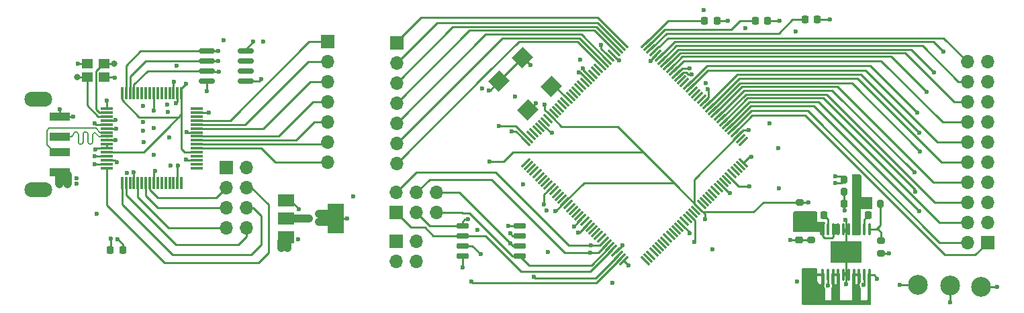
<source format=gbr>
%TF.GenerationSoftware,KiCad,Pcbnew,7.0.6-7.0.6~ubuntu20.04.1*%
%TF.CreationDate,2023-10-29T13:00:39+01:00*%
%TF.ProjectId,amurNutzlast,616d7572-4e75-4747-9a6c-6173742e6b69,rev?*%
%TF.SameCoordinates,Original*%
%TF.FileFunction,Copper,L1,Top*%
%TF.FilePolarity,Positive*%
%FSLAX46Y46*%
G04 Gerber Fmt 4.6, Leading zero omitted, Abs format (unit mm)*
G04 Created by KiCad (PCBNEW 7.0.6-7.0.6~ubuntu20.04.1) date 2023-10-29 13:00:39*
%MOMM*%
%LPD*%
G01*
G04 APERTURE LIST*
G04 Aperture macros list*
%AMRoundRect*
0 Rectangle with rounded corners*
0 $1 Rounding radius*
0 $2 $3 $4 $5 $6 $7 $8 $9 X,Y pos of 4 corners*
0 Add a 4 corners polygon primitive as box body*
4,1,4,$2,$3,$4,$5,$6,$7,$8,$9,$2,$3,0*
0 Add four circle primitives for the rounded corners*
1,1,$1+$1,$2,$3*
1,1,$1+$1,$4,$5*
1,1,$1+$1,$6,$7*
1,1,$1+$1,$8,$9*
0 Add four rect primitives between the rounded corners*
20,1,$1+$1,$2,$3,$4,$5,0*
20,1,$1+$1,$4,$5,$6,$7,0*
20,1,$1+$1,$6,$7,$8,$9,0*
20,1,$1+$1,$8,$9,$2,$3,0*%
%AMRotRect*
0 Rectangle, with rotation*
0 The origin of the aperture is its center*
0 $1 length*
0 $2 width*
0 $3 Rotation angle, in degrees counterclockwise*
0 Add horizontal line*
21,1,$1,$2,0,0,$3*%
G04 Aperture macros list end*
%TA.AperFunction,ComponentPad*%
%ADD10R,1.700000X1.700000*%
%TD*%
%TA.AperFunction,ComponentPad*%
%ADD11O,1.700000X1.700000*%
%TD*%
%TA.AperFunction,SMDPad,CuDef*%
%ADD12R,2.000000X1.500000*%
%TD*%
%TA.AperFunction,SMDPad,CuDef*%
%ADD13R,2.000000X3.800000*%
%TD*%
%TA.AperFunction,SMDPad,CuDef*%
%ADD14RoundRect,0.225000X-0.225000X-0.250000X0.225000X-0.250000X0.225000X0.250000X-0.225000X0.250000X0*%
%TD*%
%TA.AperFunction,SMDPad,CuDef*%
%ADD15RoundRect,0.200000X-0.275000X0.200000X-0.275000X-0.200000X0.275000X-0.200000X0.275000X0.200000X0*%
%TD*%
%TA.AperFunction,SMDPad,CuDef*%
%ADD16RoundRect,0.075000X-0.700000X-0.075000X0.700000X-0.075000X0.700000X0.075000X-0.700000X0.075000X0*%
%TD*%
%TA.AperFunction,SMDPad,CuDef*%
%ADD17RoundRect,0.075000X-0.075000X-0.700000X0.075000X-0.700000X0.075000X0.700000X-0.075000X0.700000X0*%
%TD*%
%TA.AperFunction,SMDPad,CuDef*%
%ADD18RoundRect,0.218750X0.218750X0.256250X-0.218750X0.256250X-0.218750X-0.256250X0.218750X-0.256250X0*%
%TD*%
%TA.AperFunction,SMDPad,CuDef*%
%ADD19C,2.500000*%
%TD*%
%TA.AperFunction,SMDPad,CuDef*%
%ADD20RoundRect,0.150000X-0.650000X-0.150000X0.650000X-0.150000X0.650000X0.150000X-0.650000X0.150000X0*%
%TD*%
%TA.AperFunction,SMDPad,CuDef*%
%ADD21RoundRect,0.075000X-0.521491X0.415425X0.415425X-0.521491X0.521491X-0.415425X-0.415425X0.521491X0*%
%TD*%
%TA.AperFunction,SMDPad,CuDef*%
%ADD22RoundRect,0.075000X-0.521491X-0.415425X-0.415425X-0.521491X0.521491X0.415425X0.415425X0.521491X0*%
%TD*%
%TA.AperFunction,SMDPad,CuDef*%
%ADD23RoundRect,0.200000X-0.200000X-0.275000X0.200000X-0.275000X0.200000X0.275000X-0.200000X0.275000X0*%
%TD*%
%TA.AperFunction,SMDPad,CuDef*%
%ADD24R,1.400000X1.200000*%
%TD*%
%TA.AperFunction,SMDPad,CuDef*%
%ADD25RoundRect,0.100000X-0.100000X0.637500X-0.100000X-0.637500X0.100000X-0.637500X0.100000X0.637500X0*%
%TD*%
%TA.AperFunction,SMDPad,CuDef*%
%ADD26R,3.860000X2.740000*%
%TD*%
%TA.AperFunction,SMDPad,CuDef*%
%ADD27RoundRect,0.200000X0.275000X-0.200000X0.275000X0.200000X-0.275000X0.200000X-0.275000X-0.200000X0*%
%TD*%
%TA.AperFunction,SMDPad,CuDef*%
%ADD28RoundRect,0.200000X0.200000X0.275000X-0.200000X0.275000X-0.200000X-0.275000X0.200000X-0.275000X0*%
%TD*%
%TA.AperFunction,SMDPad,CuDef*%
%ADD29RotRect,1.800000X2.000000X315.000000*%
%TD*%
%TA.AperFunction,SMDPad,CuDef*%
%ADD30RoundRect,0.225000X0.225000X0.250000X-0.225000X0.250000X-0.225000X-0.250000X0.225000X-0.250000X0*%
%TD*%
%TA.AperFunction,SMDPad,CuDef*%
%ADD31RoundRect,0.225000X-0.250000X0.225000X-0.250000X-0.225000X0.250000X-0.225000X0.250000X0.225000X0*%
%TD*%
%TA.AperFunction,SMDPad,CuDef*%
%ADD32R,2.500000X1.100000*%
%TD*%
%TA.AperFunction,ComponentPad*%
%ADD33O,3.500000X1.900000*%
%TD*%
%TA.AperFunction,SMDPad,CuDef*%
%ADD34RoundRect,0.150000X-0.825000X-0.150000X0.825000X-0.150000X0.825000X0.150000X-0.825000X0.150000X0*%
%TD*%
%TA.AperFunction,ViaPad*%
%ADD35C,0.600000*%
%TD*%
%TA.AperFunction,ViaPad*%
%ADD36C,0.800000*%
%TD*%
%TA.AperFunction,Conductor*%
%ADD37C,0.250000*%
%TD*%
%TA.AperFunction,Conductor*%
%ADD38C,1.000000*%
%TD*%
%TA.AperFunction,Conductor*%
%ADD39C,1.100000*%
%TD*%
%TA.AperFunction,Conductor*%
%ADD40C,0.200000*%
%TD*%
G04 APERTURE END LIST*
D10*
%TO.P,J7,1,Pin_1*%
%TO.N,/fpga/FTDI_DCD*%
X98275000Y-34980000D03*
D11*
%TO.P,J7,2,Pin_2*%
%TO.N,/fpga/FTDI_DSR*%
X98275000Y-37520000D03*
%TO.P,J7,3,Pin_3*%
%TO.N,/fpga/FTDI_DTR*%
X98275000Y-40060000D03*
%TO.P,J7,4,Pin_4*%
%TO.N,/fpga/FTDI_CTS*%
X98275000Y-42600000D03*
%TO.P,J7,5,Pin_5*%
%TO.N,/fpga/FTDI_RTS*%
X98275000Y-45140000D03*
%TO.P,J7,6,Pin_6*%
%TO.N,/fpga/FTDI_TX*%
X98275000Y-47680000D03*
%TO.P,J7,7,Pin_7*%
%TO.N,/fpga/FTDI_RX*%
X98275000Y-50220000D03*
%TD*%
D12*
%TO.P,U7,1,GND*%
%TO.N,GND1*%
X84286000Y-54936000D03*
%TO.P,U7,2,VO*%
%TO.N,+3.3VP*%
X84286000Y-57236000D03*
D13*
X90586000Y-57236000D03*
D12*
%TO.P,U7,3,VI*%
%TO.N,VBUS*%
X84286000Y-59536000D03*
%TD*%
D14*
%TO.P,C20,1*%
%TO.N,/power_management/out_1.2v*%
X150575000Y-56800000D03*
%TO.P,C20,2*%
%TO.N,Net-(U2-BYP2)*%
X152125000Y-56800000D03*
%TD*%
D15*
%TO.P,R13,1*%
%TO.N,Net-(U2-ADJ1)*%
X159350000Y-59975000D03*
%TO.P,R13,2*%
%TO.N,GND*%
X159350000Y-61625000D03*
%TD*%
D16*
%TO.P,U4,1,GND*%
%TO.N,GND1*%
X61695000Y-43326000D03*
%TO.P,U4,2,OSCI*%
%TO.N,Net-(U4-OSCI)*%
X61695000Y-43826000D03*
%TO.P,U4,3,OSCO*%
%TO.N,Net-(U4-OSCO)*%
X61695000Y-44326000D03*
%TO.P,U4,4,VPHY*%
%TO.N,+3.3VP*%
X61695000Y-44826000D03*
%TO.P,U4,5,GND*%
%TO.N,GND1*%
X61695000Y-45326000D03*
%TO.P,U4,6,REF*%
%TO.N,Net-(U4-REF)*%
X61695000Y-45826000D03*
%TO.P,U4,7,DM*%
%TO.N,/usb/-*%
X61695000Y-46326000D03*
%TO.P,U4,8,DP*%
%TO.N,/usb/+*%
X61695000Y-46826000D03*
%TO.P,U4,9,VPLL*%
%TO.N,+3.3VP*%
X61695000Y-47326000D03*
%TO.P,U4,10,AGND*%
%TO.N,GND1*%
X61695000Y-47826000D03*
%TO.P,U4,11,GND*%
X61695000Y-48326000D03*
%TO.P,U4,12,VCORE*%
%TO.N,+1V8*%
X61695000Y-48826000D03*
%TO.P,U4,13,TEST*%
%TO.N,GND1*%
X61695000Y-49326000D03*
%TO.P,U4,14,~{RESET}*%
%TO.N,Net-(U4-~{RESET})*%
X61695000Y-49826000D03*
%TO.P,U4,15,GND*%
%TO.N,GND1*%
X61695000Y-50326000D03*
%TO.P,U4,16,ADBUS0*%
%TO.N,/ftdi/ICE_CLK*%
X61695000Y-50826000D03*
D17*
%TO.P,U4,17,ADBUS1*%
%TO.N,/ftdi/ICE_MOSI*%
X63620000Y-52751000D03*
%TO.P,U4,18,ADBUS2*%
%TO.N,/ftdi/ICE_MISO*%
X64120000Y-52751000D03*
%TO.P,U4,19,ADBUS3*%
%TO.N,unconnected-(U4-ADBUS3-Pad19)*%
X64620000Y-52751000D03*
%TO.P,U4,20,VCCIO*%
%TO.N,+3.3VP*%
X65120000Y-52751000D03*
%TO.P,U4,21,ADBUS4*%
%TO.N,/ftdi/ICE_SS*%
X65620000Y-52751000D03*
%TO.P,U4,22,ADBUS5*%
%TO.N,unconnected-(U4-ADBUS5-Pad22)*%
X66120000Y-52751000D03*
%TO.P,U4,23,ADBUS6*%
%TO.N,/ftdi/ICE_CDONE*%
X66620000Y-52751000D03*
%TO.P,U4,24,ADBUS7*%
%TO.N,/ftdi/ICE_CREST*%
X67120000Y-52751000D03*
%TO.P,U4,25,GND*%
%TO.N,GND1*%
X67620000Y-52751000D03*
%TO.P,U4,26,ACBUS0*%
%TO.N,unconnected-(U4-ACBUS0-Pad26)*%
X68120000Y-52751000D03*
%TO.P,U4,27,ACBUS1*%
%TO.N,unconnected-(U4-ACBUS1-Pad27)*%
X68620000Y-52751000D03*
%TO.P,U4,28,ACBUS2*%
%TO.N,unconnected-(U4-ACBUS2-Pad28)*%
X69120000Y-52751000D03*
%TO.P,U4,29,ACBUS3*%
%TO.N,unconnected-(U4-ACBUS3-Pad29)*%
X69620000Y-52751000D03*
%TO.P,U4,30,ACBUS4*%
%TO.N,unconnected-(U4-ACBUS4-Pad30)*%
X70120000Y-52751000D03*
%TO.P,U4,31,VCCIO*%
%TO.N,+3.3VP*%
X70620000Y-52751000D03*
%TO.P,U4,32,ACBUS5*%
%TO.N,unconnected-(U4-ACBUS5-Pad32)*%
X71120000Y-52751000D03*
D16*
%TO.P,U4,33,ACBUS6*%
%TO.N,unconnected-(U4-ACBUS6-Pad33)*%
X73045000Y-50826000D03*
%TO.P,U4,34,ACBUS7*%
%TO.N,unconnected-(U4-ACBUS7-Pad34)*%
X73045000Y-50326000D03*
%TO.P,U4,35,GND*%
%TO.N,GND1*%
X73045000Y-49826000D03*
%TO.P,U4,36,~{SUSPEND}*%
%TO.N,unconnected-(U4-~{SUSPEND}-Pad36)*%
X73045000Y-49326000D03*
%TO.P,U4,37,VCORE*%
%TO.N,+1V8*%
X73045000Y-48826000D03*
%TO.P,U4,38,BDBUS0*%
%TO.N,/ftdi/RX*%
X73045000Y-48326000D03*
%TO.P,U4,39,BDBUS1*%
%TO.N,/ftdi/TX*%
X73045000Y-47826000D03*
%TO.P,U4,40,BDBUS2*%
%TO.N,/ftdi/RTS*%
X73045000Y-47326000D03*
%TO.P,U4,41,BDBUS3*%
%TO.N,/ftdi/CTS*%
X73045000Y-46826000D03*
%TO.P,U4,42,VCCIO*%
%TO.N,+3.3VP*%
X73045000Y-46326000D03*
%TO.P,U4,43,BDBUS4*%
%TO.N,/ftdi/DTR*%
X73045000Y-45826000D03*
%TO.P,U4,44,BDBUS5*%
%TO.N,/ftdi/DSR*%
X73045000Y-45326000D03*
%TO.P,U4,45,BDBUS6*%
%TO.N,/ftdi/DCD*%
X73045000Y-44826000D03*
%TO.P,U4,46,BDBUS7*%
%TO.N,unconnected-(U4-BDBUS7-Pad46)*%
X73045000Y-44326000D03*
%TO.P,U4,47,GND*%
%TO.N,GND1*%
X73045000Y-43826000D03*
%TO.P,U4,48,BCBUS0*%
%TO.N,unconnected-(U4-BCBUS0-Pad48)*%
X73045000Y-43326000D03*
D17*
%TO.P,U4,49,VREGOUT*%
%TO.N,+1V8*%
X71120000Y-41401000D03*
%TO.P,U4,50,VREGIN*%
%TO.N,+3.3VP*%
X70620000Y-41401000D03*
%TO.P,U4,51,GND*%
%TO.N,GND1*%
X70120000Y-41401000D03*
%TO.P,U4,52,BCBUS1*%
%TO.N,unconnected-(U4-BCBUS1-Pad52)*%
X69620000Y-41401000D03*
%TO.P,U4,53,BCBUS2*%
%TO.N,unconnected-(U4-BCBUS2-Pad53)*%
X69120000Y-41401000D03*
%TO.P,U4,54,BCBUS3*%
%TO.N,unconnected-(U4-BCBUS3-Pad54)*%
X68620000Y-41401000D03*
%TO.P,U4,55,BCBUS4*%
%TO.N,unconnected-(U4-BCBUS4-Pad55)*%
X68120000Y-41401000D03*
%TO.P,U4,56,VCCIO*%
%TO.N,+3.3VP*%
X67620000Y-41401000D03*
%TO.P,U4,57,BCBUS5*%
%TO.N,unconnected-(U4-BCBUS5-Pad57)*%
X67120000Y-41401000D03*
%TO.P,U4,58,BCBUS6*%
%TO.N,unconnected-(U4-BCBUS6-Pad58)*%
X66620000Y-41401000D03*
%TO.P,U4,59,BCBUS7*%
%TO.N,unconnected-(U4-BCBUS7-Pad59)*%
X66120000Y-41401000D03*
%TO.P,U4,60,~{PWREN}*%
%TO.N,unconnected-(U4-~{PWREN}-Pad60)*%
X65620000Y-41401000D03*
%TO.P,U4,61,EEDATA*%
%TO.N,Net-(U4-EEDATA)*%
X65120000Y-41401000D03*
%TO.P,U4,62,EECLK*%
%TO.N,Net-(U4-EECLK)*%
X64620000Y-41401000D03*
%TO.P,U4,63,EECS*%
%TO.N,/ftdi/CS_FTDI*%
X64120000Y-41401000D03*
%TO.P,U4,64,VCORE*%
%TO.N,+1V8*%
X63620000Y-41401000D03*
%TD*%
D18*
%TO.P,D2,1,K*%
%TO.N,Net-(D2-K)*%
X138637500Y-32200000D03*
%TO.P,D2,2,A*%
%TO.N,Net-(D2-A)*%
X137062500Y-32200000D03*
%TD*%
D19*
%TO.P,TP3,1,1*%
%TO.N,GND*%
X171950000Y-65800000D03*
%TD*%
D15*
%TO.P,R11,1*%
%TO.N,/power_management/out_1.2v*%
X150550000Y-58275000D03*
%TO.P,R11,2*%
%TO.N,GND*%
X150550000Y-59925000D03*
%TD*%
D19*
%TO.P,TP1,1,1*%
%TO.N,+3.3V*%
X168050000Y-65700000D03*
%TD*%
D18*
%TO.P,D3,1,K*%
%TO.N,Net-(D3-K)*%
X145037500Y-32200000D03*
%TO.P,D3,2,A*%
%TO.N,Net-(D3-A)*%
X143462500Y-32200000D03*
%TD*%
D20*
%TO.P,U6,1,~{CS}*%
%TO.N,/SS*%
X106550000Y-58095000D03*
%TO.P,U6,2,DO(IO1)*%
%TO.N,/MISO*%
X106550000Y-59365000D03*
%TO.P,U6,3,IO2*%
%TO.N,Net-(U6-IO2)*%
X106550000Y-60635000D03*
%TO.P,U6,4,GND*%
%TO.N,GND*%
X106550000Y-61905000D03*
%TO.P,U6,5,DI(IO0)*%
%TO.N,/MOSI*%
X113750000Y-61905000D03*
%TO.P,U6,6,CLK*%
%TO.N,/SCL*%
X113750000Y-60635000D03*
%TO.P,U6,7,IO3*%
%TO.N,Net-(U6-IO3)*%
X113750000Y-59365000D03*
%TO.P,U6,8,VCC*%
%TO.N,+3.3V*%
X113750000Y-58095000D03*
%TD*%
D21*
%TO.P,U1,1,IOL_1A*%
%TO.N,/fpga/FTDI_DCD*%
X126897658Y-35073290D03*
%TO.P,U1,2,IOL_1B*%
%TO.N,/fpga/FTDI_DSR*%
X126544105Y-35426843D03*
%TO.P,U1,3,IOL_2A*%
%TO.N,/fpga/FTDI_DTR*%
X126190551Y-35780396D03*
%TO.P,U1,4,IOL_2B*%
%TO.N,/fpga/FTDI_CTS*%
X125836998Y-36133950D03*
%TO.P,U1,5,GND*%
%TO.N,GND*%
X125483445Y-36487503D03*
%TO.P,U1,6,VCCIO_3*%
%TO.N,+3.3V*%
X125129891Y-36841057D03*
%TO.P,U1,7,IOL_3A*%
%TO.N,/fpga/FTDI_RTS*%
X124776338Y-37194610D03*
%TO.P,U1,8,IOL_3B*%
%TO.N,/fpga/FTDI_TX*%
X124422785Y-37548163D03*
%TO.P,U1,9,IOL_4A*%
%TO.N,/fpga/FTDI_RX*%
X124069231Y-37901717D03*
%TO.P,U1,10,IOL_4B*%
%TO.N,unconnected-(U1D-IOL_4B-Pad10)*%
X123715678Y-38255270D03*
%TO.P,U1,11,IOL_5A*%
%TO.N,unconnected-(U1D-IOL_5A-Pad11)*%
X123362124Y-38608824D03*
%TO.P,U1,12,IOL_5B*%
%TO.N,unconnected-(U1D-IOL_5B-Pad12)*%
X123008571Y-38962377D03*
%TO.P,U1,13,GND*%
%TO.N,GND*%
X122655018Y-39315930D03*
%TO.P,U1,14,GND*%
X122301464Y-39669484D03*
%TO.P,U1,15,NC*%
%TO.N,unconnected-(U1A-NC-Pad15)*%
X121947911Y-40023037D03*
%TO.P,U1,16,NC*%
%TO.N,unconnected-(U1A-NC-Pad16)*%
X121594357Y-40376590D03*
%TO.P,U1,17,NC*%
%TO.N,unconnected-(U1A-NC-Pad17)*%
X121240804Y-40730144D03*
%TO.P,U1,18,NC*%
%TO.N,unconnected-(U1A-NC-Pad18)*%
X120887251Y-41083697D03*
%TO.P,U1,19,IOL_6A*%
%TO.N,unconnected-(U1D-IOL_6A-Pad19)*%
X120533697Y-41437251D03*
%TO.P,U1,20,IOL_6B_GBIN7*%
%TO.N,unconnected-(U1D-IOL_6B_GBIN7-Pad20)*%
X120180144Y-41790804D03*
%TO.P,U1,21,IOL_7A_GBIN6*%
%TO.N,/ICE_CLK*%
X119826590Y-42144357D03*
%TO.P,U1,22,IOL_7B*%
%TO.N,unconnected-(U1D-IOL_7B-Pad22)*%
X119473037Y-42497911D03*
%TO.P,U1,23,IOL_8A*%
%TO.N,unconnected-(U1D-IOL_8A-Pad23)*%
X119119484Y-42851464D03*
%TO.P,U1,24,IOL_8B*%
%TO.N,unconnected-(U1D-IOL_8B-Pad24)*%
X118765930Y-43205018D03*
%TO.P,U1,25,IOL_9A*%
%TO.N,unconnected-(U1D-IOL_9A-Pad25)*%
X118412377Y-43558571D03*
%TO.P,U1,26,IOL_9B*%
%TO.N,unconnected-(U1D-IOL_9B-Pad26)*%
X118058824Y-43912124D03*
%TO.P,U1,27,VCC*%
%TO.N,+1V2*%
X117705270Y-44265678D03*
%TO.P,U1,28,IOL_10A*%
%TO.N,unconnected-(U1D-IOL_10A-Pad28)*%
X117351717Y-44619231D03*
%TO.P,U1,29,IOL_10B*%
%TO.N,unconnected-(U1D-IOL_10B-Pad29)*%
X116998163Y-44972785D03*
%TO.P,U1,30,VCCIO_3*%
%TO.N,+3.3V*%
X116644610Y-45326338D03*
%TO.P,U1,31,IOL_11A*%
%TO.N,unconnected-(U1D-IOL_11A-Pad31)*%
X116291057Y-45679891D03*
%TO.P,U1,32,IOL_11B*%
%TO.N,unconnected-(U1D-IOL_11B-Pad32)*%
X115937503Y-46033445D03*
%TO.P,U1,33,IOL_12A*%
%TO.N,unconnected-(U1D-IOL_12A-Pad33)*%
X115583950Y-46386998D03*
%TO.P,U1,34,IOL_12B*%
%TO.N,unconnected-(U1D-IOL_12B-Pad34)*%
X115230396Y-46740551D03*
%TO.P,U1,35,GNDPLL*%
%TO.N,GNDD*%
X114876843Y-47094105D03*
%TO.P,U1,36,VCCPLL*%
%TO.N,Net-(U1E-VCCPLL)*%
X114523290Y-47447658D03*
D22*
%TO.P,U1,37,IOB_24*%
%TO.N,unconnected-(U1C-IOB_24-Pad37)*%
X114523290Y-50152342D03*
%TO.P,U1,38,IOB_25*%
%TO.N,unconnected-(U1C-IOB_25-Pad38)*%
X114876843Y-50505895D03*
%TO.P,U1,39,IOB_26*%
%TO.N,unconnected-(U1C-IOB_26-Pad39)*%
X115230396Y-50859449D03*
%TO.P,U1,40,NC*%
%TO.N,unconnected-(U1B-NC-Pad40)*%
X115583950Y-51213002D03*
%TO.P,U1,41,IOB_27*%
%TO.N,unconnected-(U1C-IOB_27-Pad41)*%
X115937503Y-51566555D03*
%TO.P,U1,42,IOB_28*%
%TO.N,unconnected-(U1C-IOB_28-Pad42)*%
X116291057Y-51920109D03*
%TO.P,U1,43,IOB_29*%
%TO.N,unconnected-(U1C-IOB_29-Pad43)*%
X116644610Y-52273662D03*
%TO.P,U1,44,IOB_30*%
%TO.N,unconnected-(U1C-IOB_30-Pad44)*%
X116998163Y-52627215D03*
%TO.P,U1,45,IOB_31*%
%TO.N,unconnected-(U1C-IOB_31-Pad45)*%
X117351717Y-52980769D03*
%TO.P,U1,46,VCCIO_2*%
%TO.N,+3.3V*%
X117705270Y-53334322D03*
%TO.P,U1,47,IOB_32*%
%TO.N,unconnected-(U1C-IOB_32-Pad47)*%
X118058824Y-53687876D03*
%TO.P,U1,48,IOB_33*%
%TO.N,unconnected-(U1C-IOB_33-Pad48)*%
X118412377Y-54041429D03*
%TO.P,U1,49,IOB_35_GBIN5*%
%TO.N,unconnected-(U1C-IOB_35_GBIN5-Pad49)*%
X118765930Y-54394982D03*
%TO.P,U1,50,IOB_36_GBIN4*%
%TO.N,unconnected-(U1C-IOB_36_GBIN4-Pad50)*%
X119119484Y-54748536D03*
%TO.P,U1,51,VCC*%
%TO.N,+1V2*%
X119473037Y-55102089D03*
%TO.P,U1,52,IOB_34*%
%TO.N,unconnected-(U1C-IOB_34-Pad52)*%
X119826590Y-55455643D03*
%TO.P,U1,53,NC*%
%TO.N,unconnected-(U1B-NC-Pad53)*%
X120180144Y-55809196D03*
%TO.P,U1,54,NC*%
%TO.N,unconnected-(U1B-NC-Pad54)*%
X120533697Y-56162749D03*
%TO.P,U1,55,NC*%
%TO.N,unconnected-(U1B-NC-Pad55)*%
X120887251Y-56516303D03*
%TO.P,U1,56,IOB_37*%
%TO.N,unconnected-(U1C-IOB_37-Pad56)*%
X121240804Y-56869856D03*
%TO.P,U1,57,VCCIO_2*%
%TO.N,+3.3V*%
X121594357Y-57223410D03*
%TO.P,U1,58,IOB_38*%
%TO.N,unconnected-(U1C-IOB_38-Pad58)*%
X121947911Y-57576963D03*
%TO.P,U1,59,GND*%
%TO.N,GND*%
X122301464Y-57930516D03*
%TO.P,U1,60,IOB_39*%
%TO.N,unconnected-(U1C-IOB_39-Pad60)*%
X122655018Y-58284070D03*
%TO.P,U1,61,IOB_40*%
%TO.N,unconnected-(U1C-IOB_40-Pad61)*%
X123008571Y-58637623D03*
%TO.P,U1,62,IOB_41*%
%TO.N,unconnected-(U1C-IOB_41-Pad62)*%
X123362124Y-58991176D03*
%TO.P,U1,63,IOB_42_CBSEL0*%
%TO.N,unconnected-(U1C-IOB_42_CBSEL0-Pad63)*%
X123715678Y-59344730D03*
%TO.P,U1,64,IOB_43_CBSEL1*%
%TO.N,unconnected-(U1C-IOB_43_CBSEL1-Pad64)*%
X124069231Y-59698283D03*
%TO.P,U1,65,CDONE*%
%TO.N,/ICE_CDONE*%
X124422785Y-60051837D03*
%TO.P,U1,66,~{CRESET_B}*%
%TO.N,/ICE_CREST*%
X124776338Y-60405390D03*
%TO.P,U1,67,IOB_44_SDO*%
%TO.N,/MOSI*%
X125129891Y-60758943D03*
%TO.P,U1,68,IOB_45_SDI*%
%TO.N,/MISO*%
X125483445Y-61112497D03*
%TO.P,U1,69,GND*%
%TO.N,GND*%
X125836998Y-61466050D03*
%TO.P,U1,70,IOB_46_SCK*%
%TO.N,/SCL*%
X126190551Y-61819604D03*
%TO.P,U1,71,IOB_47_SS*%
%TO.N,/SS*%
X126544105Y-62173157D03*
%TO.P,U1,72,VCC_SPI*%
%TO.N,+3.3V*%
X126897658Y-62526710D03*
D21*
%TO.P,U1,73,IOR_48*%
%TO.N,unconnected-(U1B-IOR_48-Pad73)*%
X129602342Y-62526710D03*
%TO.P,U1,74,IOR_49*%
%TO.N,unconnected-(U1B-IOR_49-Pad74)*%
X129955895Y-62173157D03*
%TO.P,U1,75,IOR_50*%
%TO.N,unconnected-(U1B-IOR_50-Pad75)*%
X130309449Y-61819604D03*
%TO.P,U1,76,IOR_51*%
%TO.N,unconnected-(U1B-IOR_51-Pad76)*%
X130663002Y-61466050D03*
%TO.P,U1,77,NC*%
%TO.N,unconnected-(U1A-NC-Pad77)*%
X131016555Y-61112497D03*
%TO.P,U1,78,IOR_52*%
%TO.N,unconnected-(U1B-IOR_52-Pad78)*%
X131370109Y-60758943D03*
%TO.P,U1,79,IOR_53*%
%TO.N,unconnected-(U1B-IOR_53-Pad79)*%
X131723662Y-60405390D03*
%TO.P,U1,80,IOR_54*%
%TO.N,unconnected-(U1B-IOR_54-Pad80)*%
X132077215Y-60051837D03*
%TO.P,U1,81,IOR_55*%
%TO.N,unconnected-(U1B-IOR_55-Pad81)*%
X132430769Y-59698283D03*
%TO.P,U1,82,NC*%
%TO.N,unconnected-(U1B-NC-Pad82)*%
X132784322Y-59344730D03*
%TO.P,U1,83,NC*%
%TO.N,unconnected-(U1C-NC-Pad83)*%
X133137876Y-58991176D03*
%TO.P,U1,84,NC*%
%TO.N,unconnected-(U1C-NC-Pad84)*%
X133491429Y-58637623D03*
%TO.P,U1,85,NC*%
%TO.N,unconnected-(U1C-NC-Pad85)*%
X133844982Y-58284070D03*
%TO.P,U1,86,GND*%
%TO.N,GND*%
X134198536Y-57930516D03*
%TO.P,U1,87,IOR_56*%
%TO.N,unconnected-(U1B-IOR_56-Pad87)*%
X134552089Y-57576963D03*
%TO.P,U1,88,IOR_57*%
%TO.N,unconnected-(U1B-IOR_57-Pad88)*%
X134905643Y-57223410D03*
%TO.P,U1,89,VCCIO_1*%
%TO.N,+3.3V*%
X135259196Y-56869856D03*
%TO.P,U1,90,IOR_58*%
%TO.N,unconnected-(U1B-IOR_58-Pad90)*%
X135612749Y-56516303D03*
%TO.P,U1,91,IOR_59*%
%TO.N,unconnected-(U1B-IOR_59-Pad91)*%
X135966303Y-56162749D03*
%TO.P,U1,92,VCC*%
%TO.N,+1V2*%
X136319856Y-55809196D03*
%TO.P,U1,93,IOR_60_GBIN3*%
%TO.N,unconnected-(U1B-IOR_60_GBIN3-Pad93)*%
X136673410Y-55455643D03*
%TO.P,U1,94,IOR_61_GBIN2*%
%TO.N,unconnected-(U1B-IOR_61_GBIN2-Pad94)*%
X137026963Y-55102089D03*
%TO.P,U1,95,IOR_62*%
%TO.N,unconnected-(U1B-IOR_62-Pad95)*%
X137380516Y-54748536D03*
%TO.P,U1,96,IOR_63*%
%TO.N,unconnected-(U1B-IOR_63-Pad96)*%
X137734070Y-54394982D03*
%TO.P,U1,97,IOR_64*%
%TO.N,unconnected-(U1B-IOR_64-Pad97)*%
X138087623Y-54041429D03*
%TO.P,U1,98,IOR_65*%
%TO.N,unconnected-(U1B-IOR_65-Pad98)*%
X138441176Y-53687876D03*
%TO.P,U1,99,IOR_66*%
%TO.N,unconnected-(U1B-IOR_66-Pad99)*%
X138794730Y-53334322D03*
%TO.P,U1,100,VCCIO_1*%
%TO.N,+3.3V*%
X139148283Y-52980769D03*
%TO.P,U1,101,IOR_67*%
%TO.N,unconnected-(U1B-IOR_67-Pad101)*%
X139501837Y-52627215D03*
%TO.P,U1,102,IOR_68*%
%TO.N,unconnected-(U1B-IOR_68-Pad102)*%
X139855390Y-52273662D03*
%TO.P,U1,103,GND*%
%TO.N,GND*%
X140208943Y-51920109D03*
%TO.P,U1,104,IOR_69*%
%TO.N,unconnected-(U1B-IOR_69-Pad104)*%
X140562497Y-51566555D03*
%TO.P,U1,105,IOR_70*%
%TO.N,unconnected-(U1B-IOR_70-Pad105)*%
X140916050Y-51213002D03*
%TO.P,U1,106,IOR_71*%
%TO.N,unconnected-(U1B-IOR_71-Pad106)*%
X141269604Y-50859449D03*
%TO.P,U1,107,IOR_72*%
%TO.N,unconnected-(U1B-IOR_72-Pad107)*%
X141623157Y-50505895D03*
%TO.P,U1,108,VPP_2V5*%
%TO.N,Net-(D1-K)*%
X141976710Y-50152342D03*
D22*
%TO.P,U1,109,VPP_FAST*%
%TO.N,unconnected-(U1E-VPP_FAST-Pad109)*%
X141976710Y-47447658D03*
%TO.P,U1,110,NC*%
%TO.N,unconnected-(U1C-NC-Pad110)*%
X141623157Y-47094105D03*
%TO.P,U1,111,VCC*%
%TO.N,+1V2*%
X141269604Y-46740551D03*
%TO.P,U1,112,IOT_73*%
%TO.N,/fpga/PIO1*%
X140916050Y-46386998D03*
%TO.P,U1,113,IOT_74*%
%TO.N,/fpga/PIO2*%
X140562497Y-46033445D03*
%TO.P,U1,114,IOT_75*%
%TO.N,/fpga/PIO3*%
X140208943Y-45679891D03*
%TO.P,U1,115,IOT_76*%
%TO.N,/fpga/PIO4*%
X139855390Y-45326338D03*
%TO.P,U1,116,IOT_77*%
%TO.N,/fpga/PIO5*%
X139501837Y-44972785D03*
%TO.P,U1,117,IOT_78*%
%TO.N,/fpga/PIO6*%
X139148283Y-44619231D03*
%TO.P,U1,118,IOT_79*%
%TO.N,/fpga/PIO7*%
X138794730Y-44265678D03*
%TO.P,U1,119,IOT_80*%
%TO.N,/fpga/PIO8*%
X138441176Y-43912124D03*
%TO.P,U1,120,IOT_81*%
%TO.N,/fpga/PIO9*%
X138087623Y-43558571D03*
%TO.P,U1,121,IOT_82*%
%TO.N,/fpga/PIO10*%
X137734070Y-43205018D03*
%TO.P,U1,122,IOT_83*%
%TO.N,/fpga/PIO11*%
X137380516Y-42851464D03*
%TO.P,U1,123,VCCIO_0*%
%TO.N,+3.3V*%
X137026963Y-42497911D03*
%TO.P,U1,124,NC*%
%TO.N,unconnected-(U1C-NC-Pad124)*%
X136673410Y-42144357D03*
%TO.P,U1,125,NC*%
%TO.N,unconnected-(U1D-NC-Pad125)*%
X136319856Y-41790804D03*
%TO.P,U1,126,NC*%
%TO.N,unconnected-(U1D-NC-Pad126)*%
X135966303Y-41437251D03*
%TO.P,U1,127,NC*%
%TO.N,unconnected-(U1D-NC-Pad127)*%
X135612749Y-41083697D03*
%TO.P,U1,128,IOT_84_GBIN1*%
%TO.N,/fpga/PIO12*%
X135259196Y-40730144D03*
%TO.P,U1,129,IOT_85_GBIN0*%
%TO.N,/fpga/PIO13*%
X134905643Y-40376590D03*
%TO.P,U1,130,NC*%
%TO.N,unconnected-(U1D-NC-Pad130)*%
X134552089Y-40023037D03*
%TO.P,U1,131,NC*%
%TO.N,unconnected-(U1D-NC-Pad131)*%
X134198536Y-39669484D03*
%TO.P,U1,132,GND*%
%TO.N,GND*%
X133844982Y-39315930D03*
%TO.P,U1,133,VCCIO_0*%
%TO.N,+3.3V*%
X133491429Y-38962377D03*
%TO.P,U1,134,IOT_87*%
%TO.N,/fpga/PIO14*%
X133137876Y-38608824D03*
%TO.P,U1,135,IOT_88*%
%TO.N,/fpga/PIO15*%
X132784322Y-38255270D03*
%TO.P,U1,136,IOT_89*%
%TO.N,/fpga/PIO16*%
X132430769Y-37901717D03*
%TO.P,U1,137,IOT_90*%
%TO.N,/fpga/PIO17*%
X132077215Y-37548163D03*
%TO.P,U1,138,IOT_91*%
%TO.N,/fpga/PIO18*%
X131723662Y-37194610D03*
%TO.P,U1,139,IOT_92*%
%TO.N,/fpga/PIO19*%
X131370109Y-36841057D03*
%TO.P,U1,140,GND*%
%TO.N,GND*%
X131016555Y-36487503D03*
%TO.P,U1,141,IOT_93*%
%TO.N,/fpga/PIO20*%
X130663002Y-36133950D03*
%TO.P,U1,142,IOT_94*%
%TO.N,Net-(D4-A)*%
X130309449Y-35780396D03*
%TO.P,U1,143,IOT_95*%
%TO.N,Net-(D3-A)*%
X129955895Y-35426843D03*
%TO.P,U1,144,IOT_96*%
%TO.N,Net-(D2-A)*%
X129602342Y-35073290D03*
%TD*%
D18*
%TO.P,D6,1,K*%
%TO.N,GND1*%
X63712500Y-61173000D03*
%TO.P,D6,2,A*%
%TO.N,Net-(D6-A)*%
X62137500Y-61173000D03*
%TD*%
D10*
%TO.P,J5,1,Pin_1*%
%TO.N,/ftdi/DCD*%
X89595000Y-34879000D03*
D11*
%TO.P,J5,2,Pin_2*%
%TO.N,/ftdi/DSR*%
X89595000Y-37419000D03*
%TO.P,J5,3,Pin_3*%
%TO.N,/ftdi/DTR*%
X89595000Y-39959000D03*
%TO.P,J5,4,Pin_4*%
%TO.N,/ftdi/CTS*%
X89595000Y-42499000D03*
%TO.P,J5,5,Pin_5*%
%TO.N,/ftdi/RTS*%
X89595000Y-45039000D03*
%TO.P,J5,6,Pin_6*%
%TO.N,/ftdi/TX*%
X89595000Y-47579000D03*
%TO.P,J5,7,Pin_7*%
%TO.N,/ftdi/RX*%
X89595000Y-50119000D03*
%TD*%
D10*
%TO.P,J1,1,Pin_1*%
%TO.N,/MISO*%
X98225000Y-56475000D03*
D11*
%TO.P,J1,2,Pin_2*%
%TO.N,/ICE_CDONE*%
X98225000Y-53935000D03*
%TO.P,J1,3,Pin_3*%
%TO.N,/SS*%
X100765000Y-56475000D03*
%TO.P,J1,4,Pin_4*%
%TO.N,/ICE_CREST*%
X100765000Y-53935000D03*
%TO.P,J1,5,Pin_5*%
%TO.N,/MOSI*%
X103305000Y-56475000D03*
%TO.P,J1,6,Pin_6*%
%TO.N,/SCL*%
X103305000Y-53935000D03*
%TD*%
D23*
%TO.P,R14,1*%
%TO.N,GND*%
X154625000Y-53800000D03*
%TO.P,R14,2*%
%TO.N,/power_management/out_3.3v*%
X156275000Y-53800000D03*
%TD*%
D24*
%TO.P,Y1,1,1*%
%TO.N,Net-(U4-OSCI)*%
X61400000Y-37650000D03*
%TO.P,Y1,2,2*%
%TO.N,GND1*%
X59200000Y-37650000D03*
%TO.P,Y1,3,3*%
%TO.N,Net-(U4-OSCO)*%
X59200000Y-39350000D03*
%TO.P,Y1,4,4*%
%TO.N,GND1*%
X61400000Y-39350000D03*
%TD*%
D18*
%TO.P,D4,1,K*%
%TO.N,Net-(D4-K)*%
X151287500Y-32100000D03*
%TO.P,D4,2,A*%
%TO.N,Net-(D4-A)*%
X149712500Y-32100000D03*
%TD*%
D25*
%TO.P,U2,1,ADJ1*%
%TO.N,Net-(U2-ADJ1)*%
X157840000Y-58587500D03*
%TO.P,U2,2,BYP1*%
%TO.N,Net-(U2-BYP1)*%
X157190000Y-58587500D03*
%TO.P,U2,3,OUT1*%
%TO.N,/power_management/out_3.3v*%
X156540000Y-58587500D03*
%TO.P,U2,4,OUT1*%
X155890000Y-58587500D03*
%TO.P,U2,5,GND*%
%TO.N,GND*%
X155240000Y-58587500D03*
%TO.P,U2,6,GND*%
X154590000Y-58587500D03*
%TO.P,U2,7,OUT2*%
%TO.N,/power_management/out_1.2v*%
X153940000Y-58587500D03*
%TO.P,U2,8,OUT2*%
X153290000Y-58587500D03*
%TO.P,U2,9,BYP2*%
%TO.N,Net-(U2-BYP2)*%
X152640000Y-58587500D03*
%TO.P,U2,10,ADJ2*%
%TO.N,/power_management/out_1.2v*%
X151990000Y-58587500D03*
%TO.P,U2,11,~SHDN2*%
%TO.N,+5V*%
X151990000Y-64312500D03*
%TO.P,U2,12,PWRGD2*%
%TO.N,Net-(U2-PWRGD2)*%
X152640000Y-64312500D03*
%TO.P,U2,13,IN2*%
%TO.N,+5V*%
X153290000Y-64312500D03*
%TO.P,U2,14,IN2*%
X153940000Y-64312500D03*
%TO.P,U2,15,GND*%
%TO.N,GND*%
X154590000Y-64312500D03*
%TO.P,U2,16,GND*%
X155240000Y-64312500D03*
%TO.P,U2,17,IN1*%
%TO.N,+5V*%
X155890000Y-64312500D03*
%TO.P,U2,18,IN1*%
X156540000Y-64312500D03*
%TO.P,U2,19,PWRGD1*%
%TO.N,Net-(U2-PWRGD1)*%
X157190000Y-64312500D03*
%TO.P,U2,20,~SHDN1*%
%TO.N,+5V*%
X157840000Y-64312500D03*
D26*
%TO.P,U2,21,EXPOSED_PIN*%
%TO.N,GND*%
X154915000Y-61450000D03*
%TD*%
D27*
%TO.P,R10,1*%
%TO.N,/power_management/out_1.2v*%
X149050000Y-56825000D03*
%TO.P,R10,2*%
%TO.N,+1V2*%
X149050000Y-55175000D03*
%TD*%
D28*
%TO.P,R9,1*%
%TO.N,/power_management/out_3.3v*%
X156275000Y-52300000D03*
%TO.P,R9,2*%
%TO.N,+3.3V*%
X154625000Y-52300000D03*
%TD*%
D29*
%TO.P,X1,1,~{ST}*%
%TO.N,+3.3V*%
X111169025Y-39888873D03*
%TO.P,X1,2,GND*%
%TO.N,GND*%
X114761127Y-43480975D03*
%TO.P,X1,3,OUT*%
%TO.N,/ICE_CLK*%
X117730975Y-40511127D03*
%TO.P,X1,4,VCC*%
%TO.N,+3.3V*%
X114138873Y-36919025D03*
%TD*%
D30*
%TO.P,C22,1*%
%TO.N,/power_management/out_3.3v*%
X156225000Y-55300000D03*
%TO.P,C22,2*%
%TO.N,GND*%
X154675000Y-55300000D03*
%TD*%
D10*
%TO.P,J4,1,Pin_1*%
%TO.N,GND1*%
X76768000Y-50759000D03*
D11*
%TO.P,J4,2,Pin_2*%
%TO.N,+3.3VP*%
X79308000Y-50759000D03*
%TO.P,J4,3,Pin_3*%
%TO.N,/ftdi/ICE_CREST*%
X76768000Y-53299000D03*
%TO.P,J4,4,Pin_4*%
%TO.N,/ftdi/ICE_CLK*%
X79308000Y-53299000D03*
%TO.P,J4,5,Pin_5*%
%TO.N,/ftdi/ICE_CDONE*%
X76768000Y-55839000D03*
%TO.P,J4,6,Pin_6*%
%TO.N,/ftdi/ICE_MOSI*%
X79308000Y-55839000D03*
%TO.P,J4,7,Pin_7*%
%TO.N,/ftdi/ICE_SS*%
X76768000Y-58379000D03*
%TO.P,J4,8,Pin_8*%
%TO.N,/ftdi/ICE_MISO*%
X79308000Y-58379000D03*
%TD*%
D31*
%TO.P,C21,1*%
%TO.N,/power_management/out_1.2v*%
X148950000Y-58325000D03*
%TO.P,C21,2*%
%TO.N,GND*%
X148950000Y-59875000D03*
%TD*%
D10*
%TO.P,J8,1,Pin_1*%
%TO.N,/fpga/PIO1*%
X172750000Y-60260000D03*
D11*
%TO.P,J8,2,Pin_2*%
%TO.N,/fpga/PIO2*%
X170210000Y-60260000D03*
%TO.P,J8,3,Pin_3*%
%TO.N,/fpga/PIO3*%
X172750000Y-57720000D03*
%TO.P,J8,4,Pin_4*%
%TO.N,/fpga/PIO4*%
X170210000Y-57720000D03*
%TO.P,J8,5,Pin_5*%
%TO.N,/fpga/PIO5*%
X172750000Y-55180000D03*
%TO.P,J8,6,Pin_6*%
%TO.N,/fpga/PIO6*%
X170210000Y-55180000D03*
%TO.P,J8,7,Pin_7*%
%TO.N,/fpga/PIO7*%
X172750000Y-52640000D03*
%TO.P,J8,8,Pin_8*%
%TO.N,/fpga/PIO8*%
X170210000Y-52640000D03*
%TO.P,J8,9,Pin_9*%
%TO.N,/fpga/PIO9*%
X172750000Y-50100000D03*
%TO.P,J8,10,Pin_10*%
%TO.N,/fpga/PIO10*%
X170210000Y-50100000D03*
%TO.P,J8,11,Pin_11*%
%TO.N,/fpga/PIO11*%
X172750000Y-47560000D03*
%TO.P,J8,12,Pin_12*%
%TO.N,/fpga/PIO12*%
X170210000Y-47560000D03*
%TO.P,J8,13,Pin_13*%
%TO.N,/fpga/PIO13*%
X172750000Y-45020000D03*
%TO.P,J8,14,Pin_14*%
%TO.N,/fpga/PIO14*%
X170210000Y-45020000D03*
%TO.P,J8,15,Pin_15*%
%TO.N,/fpga/PIO15*%
X172750000Y-42480000D03*
%TO.P,J8,16,Pin_16*%
%TO.N,/fpga/PIO16*%
X170210000Y-42480000D03*
%TO.P,J8,17,Pin_17*%
%TO.N,/fpga/PIO17*%
X172750000Y-39940000D03*
%TO.P,J8,18,Pin_18*%
%TO.N,/fpga/PIO18*%
X170210000Y-39940000D03*
%TO.P,J8,19,Pin_19*%
%TO.N,/fpga/PIO19*%
X172750000Y-37400000D03*
%TO.P,J8,20,Pin_20*%
%TO.N,/fpga/PIO20*%
X170210000Y-37400000D03*
%TD*%
D23*
%TO.P,R12,1*%
%TO.N,/power_management/out_3.3v*%
X157625000Y-55300000D03*
%TO.P,R12,2*%
%TO.N,Net-(U2-ADJ1)*%
X159275000Y-55300000D03*
%TD*%
D14*
%TO.P,C19,1*%
%TO.N,/power_management/out_3.3v*%
X156175000Y-56800000D03*
%TO.P,C19,2*%
%TO.N,Net-(U2-BYP1)*%
X157725000Y-56800000D03*
%TD*%
D19*
%TO.P,TP2,1,1*%
%TO.N,+1V2*%
X163950000Y-65600000D03*
%TD*%
D32*
%TO.P,J6,1,VBUS*%
%TO.N,VBUS*%
X55811000Y-51338000D03*
%TO.P,J6,2,D-*%
%TO.N,/usb/-*%
X55811000Y-48838000D03*
%TO.P,J6,3,D+*%
%TO.N,/usb/+*%
X55811000Y-46838000D03*
%TO.P,J6,4,GND*%
%TO.N,GND1*%
X55811000Y-44338000D03*
D33*
%TO.P,J6,5,Shield*%
X53061000Y-53538000D03*
X53061000Y-42138000D03*
%TD*%
D10*
%TO.P,J2,1,Pin_1*%
%TO.N,VBUS*%
X98160000Y-60100000D03*
D11*
%TO.P,J2,2,Pin_2*%
%TO.N,+5V*%
X100700000Y-60100000D03*
%TO.P,J2,3,Pin_3*%
%TO.N,GND1*%
X98160000Y-62640000D03*
%TO.P,J2,4,Pin_4*%
%TO.N,GND*%
X100700000Y-62640000D03*
%TD*%
D34*
%TO.P,U5,1,CS*%
%TO.N,/ftdi/CS_FTDI*%
X74293000Y-36027000D03*
%TO.P,U5,2,SCLK*%
%TO.N,Net-(U4-EECLK)*%
X74293000Y-37297000D03*
%TO.P,U5,3,DI*%
%TO.N,Net-(U4-EEDATA)*%
X74293000Y-38567000D03*
%TO.P,U5,4,DO*%
%TO.N,Net-(U5-DO)*%
X74293000Y-39837000D03*
%TO.P,U5,5,GND*%
%TO.N,GND1*%
X79243000Y-39837000D03*
%TO.P,U5,6,NC*%
%TO.N,unconnected-(U5-NC-Pad6)*%
X79243000Y-38567000D03*
%TO.P,U5,7,NC*%
%TO.N,unconnected-(U5-NC-Pad7)*%
X79243000Y-37297000D03*
%TO.P,U5,8,VCC*%
%TO.N,+3.3VP*%
X79243000Y-36027000D03*
%TD*%
D35*
%TO.N,+1V2*%
X150200000Y-55200000D03*
X161700000Y-65600000D03*
%TO.N,GND1*%
X60236500Y-48513500D03*
%TO.N,+3.3V*%
X168050000Y-67750000D03*
%TO.N,GND*%
X174000000Y-65800000D03*
X121150000Y-58950000D03*
X126700000Y-60550000D03*
X135150000Y-59050000D03*
X130250000Y-37300000D03*
X126307436Y-37227301D03*
X121200000Y-38750000D03*
X121750000Y-38200000D03*
X121400000Y-37100000D03*
%TO.N,+3.3V*%
X115100000Y-37800000D03*
%TO.N,GND*%
X115800000Y-42600000D03*
X109050000Y-40750000D03*
X113150000Y-41800000D03*
X108450000Y-58650000D03*
X148750000Y-65150000D03*
X137000000Y-30850000D03*
X142250000Y-33150000D03*
X148600000Y-33550000D03*
X145300000Y-45200000D03*
X137200000Y-40100000D03*
X135402825Y-38958475D03*
X154750000Y-56200000D03*
X154950000Y-65500000D03*
X154850000Y-57400000D03*
X160350000Y-61600000D03*
X147850000Y-59900000D03*
X146350000Y-48300000D03*
%TO.N,+3.3V*%
X146450000Y-53400000D03*
%TO.N,GND*%
X142750000Y-53100000D03*
X138050000Y-61100000D03*
X125450000Y-65300000D03*
X117150000Y-56200000D03*
X117350000Y-61400000D03*
X114150000Y-52900000D03*
X106550000Y-63400000D03*
%TO.N,+3.3V*%
X135800000Y-60150000D03*
X153550000Y-52700000D03*
X112350000Y-58095000D03*
X135150000Y-38200000D03*
X117850000Y-46400000D03*
X116850000Y-55400000D03*
X140250000Y-54000000D03*
X137500000Y-40850000D03*
X127450000Y-63100000D03*
X120583884Y-58233884D03*
X109850000Y-41050000D03*
X124050000Y-35300000D03*
X153550000Y-51900000D03*
%TO.N,Net-(U1E-VCCPLL)*%
X112750000Y-46200000D03*
%TO.N,GNDD*%
X111150000Y-45500000D03*
%TO.N,+1V2*%
X109950000Y-50000000D03*
X118250000Y-56250000D03*
X142650000Y-46050000D03*
X116900000Y-42850000D03*
X137125500Y-57250000D03*
%TO.N,Net-(D1-K)*%
X143000000Y-49400000D03*
%TO.N,Net-(D6-A)*%
X62175000Y-59725000D03*
%TO.N,+3.3VP*%
X67620088Y-43599500D03*
X88452000Y-56601000D03*
X70383735Y-42643614D03*
X88452000Y-57617000D03*
X71812279Y-46314714D03*
X70700000Y-50552500D03*
X65084000Y-51394000D03*
X87182000Y-57236000D03*
X62798000Y-47330000D03*
X62808349Y-44799990D03*
X80197000Y-34884000D03*
X92008000Y-57236000D03*
%TO.N,+1V8*%
X71688000Y-40218000D03*
D36*
%TO.N,Net-(U4-OSCI)*%
X62671000Y-37678000D03*
%TO.N,Net-(U4-OSCO)*%
X57972000Y-39329000D03*
D35*
%TO.N,VBUS*%
X55686000Y-52791000D03*
X83753000Y-60919000D03*
X56702000Y-52791000D03*
X84515000Y-60919000D03*
%TO.N,Net-(D2-K)*%
X140050000Y-32200000D03*
%TO.N,Net-(D3-K)*%
X146500000Y-32200000D03*
%TO.N,Net-(D4-K)*%
X152850000Y-32100000D03*
%TO.N,/ICE_CREST*%
X122650000Y-61500000D03*
%TO.N,/ICE_CDONE*%
X122750000Y-60600000D03*
%TO.N,/SCL*%
X115550000Y-64600000D03*
X112550000Y-60300000D03*
%TO.N,/SS*%
X107650000Y-65200000D03*
X107250000Y-57300000D03*
%TO.N,/fpga/PIO3*%
X164150000Y-56300000D03*
%TO.N,/fpga/PIO5*%
X163650000Y-53800000D03*
%TO.N,/fpga/PIO7*%
X163550000Y-51400000D03*
%TO.N,/fpga/PIO9*%
X164250000Y-48700000D03*
%TO.N,/fpga/PIO11*%
X164150000Y-46400000D03*
%TO.N,/fpga/PIO13*%
X163850000Y-43800000D03*
%TO.N,/fpga/PIO15*%
X165050000Y-41200000D03*
%TO.N,/fpga/PIO17*%
X166000000Y-38750000D03*
%TO.N,/fpga/PIO19*%
X167150000Y-36100000D03*
%TO.N,Net-(U2-PWRGD1)*%
X157150000Y-65600000D03*
%TO.N,Net-(U2-PWRGD2)*%
X152650000Y-65700000D03*
%TO.N,Net-(U6-IO2)*%
X108850000Y-61700000D03*
%TO.N,Net-(U6-IO3)*%
X112550000Y-59100000D03*
%TO.N,Net-(U5-DO)*%
X74355000Y-41107000D03*
%TO.N,Net-(U4-EEDATA)*%
X75879000Y-38694000D03*
%TO.N,Net-(U4-EECLK)*%
X75752000Y-37297000D03*
%TO.N,/ftdi/CS_FTDI*%
X75752000Y-36027000D03*
%TO.N,Net-(U4-REF)*%
X62846002Y-45895123D03*
%TO.N,Net-(U4-~{RESET})*%
X62942936Y-50078325D03*
%TO.N,GND1*%
X67800000Y-51175000D03*
X69375000Y-43750000D03*
X81175000Y-39575000D03*
X57875000Y-52125000D03*
X61725000Y-42300000D03*
X60200000Y-50325000D03*
X67650000Y-49175000D03*
X60175000Y-45150000D03*
X60175000Y-49350000D03*
X69550000Y-47000000D03*
X66300000Y-46075000D03*
X70150000Y-39900000D03*
X81400000Y-34850000D03*
X76450000Y-34700000D03*
X69700000Y-50500000D03*
X55811000Y-43425000D03*
X67625000Y-45775000D03*
X66325000Y-47575000D03*
X60425000Y-56575000D03*
X92775000Y-54400000D03*
X64250000Y-51475000D03*
X70525000Y-37921500D03*
X57475000Y-44350000D03*
X85950000Y-56025000D03*
X57850000Y-52775000D03*
X58075000Y-37675000D03*
X66300000Y-42975000D03*
X74550000Y-43850000D03*
X62750000Y-39400000D03*
X63050000Y-59800000D03*
X71700000Y-49775000D03*
X85785502Y-59840000D03*
X69325000Y-42775000D03*
X66275000Y-45033500D03*
%TO.N,+5V*%
X149650000Y-66900000D03*
X149650000Y-66100000D03*
X158850000Y-64800000D03*
X149750000Y-67600000D03*
%TD*%
D37*
%TO.N,+1V2*%
X150200000Y-55200000D02*
X149075000Y-55200000D01*
X149075000Y-55200000D02*
X149050000Y-55175000D01*
X163950000Y-65600000D02*
X161700000Y-65600000D01*
%TO.N,GND1*%
X60424000Y-48326000D02*
X60236500Y-48513500D01*
X61695000Y-48326000D02*
X60424000Y-48326000D01*
X61695000Y-48326000D02*
X61695000Y-47826000D01*
%TO.N,+1V2*%
X137125500Y-56614840D02*
X137125500Y-57250000D01*
X136319856Y-55809196D02*
X137125500Y-56614840D01*
%TO.N,+3.3V*%
X168050000Y-65700000D02*
X168050000Y-67750000D01*
%TO.N,GND*%
X171950000Y-65800000D02*
X174000000Y-65800000D01*
%TO.N,/MISO*%
X106550000Y-59365000D02*
X102865000Y-59365000D01*
X102865000Y-59365000D02*
X101800000Y-58300000D01*
X101800000Y-58300000D02*
X100050000Y-58300000D01*
X100050000Y-58300000D02*
X98225000Y-56475000D01*
%TO.N,+3.3VP*%
X70700000Y-50552500D02*
X70620000Y-50632500D01*
X70620000Y-50632500D02*
X70620000Y-52751000D01*
X67620088Y-43599500D02*
X67620000Y-43599412D01*
X67620000Y-43599412D02*
X67620000Y-41401000D01*
%TO.N,GND*%
X121281980Y-58950000D02*
X121150000Y-58950000D01*
X122301464Y-57930516D02*
X121281980Y-58950000D01*
X126700000Y-60603048D02*
X126700000Y-60550000D01*
X125836998Y-61466050D02*
X126700000Y-60603048D01*
X135150000Y-58881980D02*
X135150000Y-59050000D01*
X134198536Y-57930516D02*
X135150000Y-58881980D01*
X140208943Y-51920109D02*
X141388834Y-53100000D01*
X141388834Y-53100000D02*
X142750000Y-53100000D01*
X133844982Y-39315930D02*
X134412919Y-38747993D01*
X134412919Y-38747993D02*
X134779647Y-38747993D01*
X134779647Y-38747993D02*
X134990129Y-38958475D01*
X134990129Y-38958475D02*
X135402825Y-38958475D01*
X130250000Y-37254058D02*
X130250000Y-37300000D01*
X131016555Y-36487503D02*
X130250000Y-37254058D01*
X126223243Y-37227301D02*
X126307436Y-37227301D01*
X125483445Y-36487503D02*
X126223243Y-37227301D01*
X121381980Y-38750000D02*
X121200000Y-38750000D01*
X122301464Y-39669484D02*
X121381980Y-38750000D01*
X121750000Y-38410912D02*
X121750000Y-38200000D01*
X122655018Y-39315930D02*
X121750000Y-38410912D01*
%TO.N,+3.3V*%
X114219025Y-36919025D02*
X115100000Y-37800000D01*
X114138873Y-36919025D02*
X114219025Y-36919025D01*
%TO.N,GND*%
X114761127Y-43480975D02*
X114919025Y-43480975D01*
X114919025Y-43480975D02*
X115800000Y-42600000D01*
X154675000Y-56125000D02*
X154750000Y-56200000D01*
X154675000Y-55300000D02*
X154675000Y-56125000D01*
X154625000Y-53800000D02*
X154625000Y-55250000D01*
X154625000Y-55250000D02*
X154675000Y-55300000D01*
X154915000Y-65465000D02*
X154950000Y-65500000D01*
X154915000Y-61450000D02*
X154915000Y-65465000D01*
X154915000Y-57465000D02*
X154850000Y-57400000D01*
X154915000Y-59700000D02*
X154915000Y-57465000D01*
X154915000Y-58912500D02*
X154915000Y-59700000D01*
X154915000Y-59700000D02*
X154915000Y-61450000D01*
X154590000Y-58587500D02*
X154915000Y-58912500D01*
X155240000Y-58587500D02*
X154915000Y-58912500D01*
X154590000Y-58587500D02*
X155240000Y-58587500D01*
X154590000Y-64312500D02*
X154915000Y-63987500D01*
X154915000Y-63987500D02*
X154915000Y-61450000D01*
X155240000Y-64312500D02*
X154915000Y-63987500D01*
X154590000Y-64312500D02*
X155240000Y-64312500D01*
X160325000Y-61625000D02*
X160350000Y-61600000D01*
X159350000Y-61625000D02*
X160325000Y-61625000D01*
X147875000Y-59875000D02*
X147850000Y-59900000D01*
X148950000Y-59875000D02*
X147875000Y-59875000D01*
X150550000Y-59925000D02*
X149000000Y-59925000D01*
X149000000Y-59925000D02*
X148950000Y-59875000D01*
X106550000Y-61905000D02*
X106550000Y-63400000D01*
%TO.N,/ICE_CDONE*%
X122750000Y-60600000D02*
X119950000Y-60600000D01*
X100760000Y-51400000D02*
X98225000Y-53935000D01*
X119950000Y-60600000D02*
X110750000Y-51400000D01*
X110750000Y-51400000D02*
X100760000Y-51400000D01*
%TO.N,/ICE_CREST*%
X100765000Y-53935000D02*
X102400000Y-52300000D01*
X102400000Y-52300000D02*
X110250000Y-52300000D01*
X110250000Y-52300000D02*
X119450000Y-61500000D01*
X119450000Y-61500000D02*
X122650000Y-61500000D01*
%TO.N,/SCL*%
X112550000Y-60300000D02*
X106185000Y-53935000D01*
X106185000Y-53935000D02*
X103305000Y-53935000D01*
%TO.N,/MOSI*%
X113750000Y-61905000D02*
X112855000Y-61905000D01*
X112855000Y-61905000D02*
X107450000Y-56500000D01*
X107450000Y-56500000D02*
X106550000Y-56500000D01*
X106550000Y-56500000D02*
X106525000Y-56475000D01*
X106525000Y-56475000D02*
X103305000Y-56475000D01*
%TO.N,/SS*%
X106550000Y-58095000D02*
X106495000Y-58150000D01*
X106495000Y-58150000D02*
X102440000Y-58150000D01*
X102440000Y-58150000D02*
X100765000Y-56475000D01*
%TO.N,+3.3V*%
X154625000Y-52300000D02*
X154625000Y-52425000D01*
X135827134Y-57437794D02*
X135259196Y-56869856D01*
X154350000Y-51900000D02*
X153550000Y-51900000D01*
X133491429Y-38962377D02*
X134253806Y-38200000D01*
X154625000Y-52425000D02*
X154350000Y-52700000D01*
X112350000Y-58095000D02*
X113750000Y-58095000D01*
X134253806Y-38200000D02*
X135150000Y-38200000D01*
X154625000Y-52300000D02*
X154625000Y-52175000D01*
X139148283Y-52980769D02*
X140167514Y-54000000D01*
X116850000Y-54189592D02*
X116850000Y-55400000D01*
X110007898Y-41050000D02*
X111169025Y-39888873D01*
X137594901Y-41929973D02*
X137594901Y-40944901D01*
X140167514Y-54000000D02*
X140250000Y-54000000D01*
X135827134Y-60122866D02*
X135827134Y-57437794D01*
X154350000Y-52700000D02*
X153550000Y-52700000D01*
X127450000Y-63100000D02*
X126897658Y-62547658D01*
X121594357Y-57223410D02*
X120583884Y-58233884D01*
X137594901Y-40944901D02*
X137500000Y-40850000D01*
X116644610Y-45326338D02*
X117718272Y-46400000D01*
X117718272Y-46400000D02*
X117850000Y-46400000D01*
X154625000Y-52175000D02*
X154350000Y-51900000D01*
X137026963Y-42497911D02*
X137594901Y-41929973D01*
X124050000Y-35761166D02*
X124050000Y-35300000D01*
X109850000Y-41050000D02*
X110007898Y-41050000D01*
X126897658Y-62547658D02*
X126897658Y-62526710D01*
X117705270Y-53334322D02*
X116850000Y-54189592D01*
X114138873Y-36919025D02*
X111169025Y-39888873D01*
X135800000Y-60150000D02*
X135827134Y-60122866D01*
X125129891Y-36841057D02*
X124050000Y-35761166D01*
%TO.N,Net-(U1E-VCCPLL)*%
X113300000Y-46200000D02*
X112750000Y-46200000D01*
X114523290Y-47447658D02*
X114523290Y-47423290D01*
X114523290Y-47423290D02*
X113300000Y-46200000D01*
%TO.N,GNDD*%
X113282738Y-45500000D02*
X111150000Y-45500000D01*
X114876843Y-47094105D02*
X113282738Y-45500000D01*
%TO.N,+1V2*%
X130630330Y-50119670D02*
X126110660Y-45600000D01*
X136887794Y-56377134D02*
X136319856Y-55809196D01*
X126110660Y-45600000D02*
X119039592Y-45600000D01*
X118325126Y-56250000D02*
X118250000Y-56250000D01*
X117705270Y-44265678D02*
X116900000Y-43460408D01*
X129310660Y-48800000D02*
X130630330Y-50119670D01*
X121875126Y-52700000D02*
X119473037Y-55102089D01*
X136319856Y-55809196D02*
X133580330Y-53069670D01*
X143272866Y-56377134D02*
X136887794Y-56377134D01*
X133580330Y-53069670D02*
X130630330Y-50119670D01*
X133210660Y-52700000D02*
X121875126Y-52700000D01*
X116900000Y-43460408D02*
X116900000Y-42850000D01*
X119473037Y-55102089D02*
X118325126Y-56250000D01*
X144475000Y-55175000D02*
X143272866Y-56377134D01*
X136319856Y-55809196D02*
X135751919Y-55241259D01*
X109950000Y-50000000D02*
X111750000Y-50000000D01*
X135751919Y-55241259D02*
X135751919Y-52258236D01*
X133580330Y-53069670D02*
X133210660Y-52700000D01*
X119039592Y-45600000D02*
X117705270Y-44265678D01*
X149050000Y-55175000D02*
X144475000Y-55175000D01*
X141269604Y-46740551D02*
X141960155Y-46050000D01*
X141960155Y-46050000D02*
X142650000Y-46050000D01*
X135751919Y-52258236D02*
X141269604Y-46740551D01*
X112950000Y-48800000D02*
X129310660Y-48800000D01*
X111750000Y-50000000D02*
X112950000Y-48800000D01*
%TO.N,Net-(D1-K)*%
X143000000Y-49400000D02*
X142729052Y-49400000D01*
X142729052Y-49400000D02*
X141976710Y-50152342D01*
%TO.N,/power_management/out_3.3v*%
X156540000Y-58587500D02*
X155890000Y-58587500D01*
X155925000Y-52350000D02*
X155975000Y-52300000D01*
%TO.N,Net-(U2-BYP1)*%
X157190000Y-58587500D02*
X157190000Y-57335000D01*
X157190000Y-57335000D02*
X157725000Y-56800000D01*
%TO.N,/power_management/out_1.2v*%
X152200000Y-59650000D02*
X153100000Y-59650000D01*
X153290000Y-59460000D02*
X153290000Y-58587500D01*
X153100000Y-59650000D02*
X153290000Y-59460000D01*
X151990000Y-59440000D02*
X152200000Y-59650000D01*
X153290000Y-58587500D02*
X153940000Y-58587500D01*
X151990000Y-58587500D02*
X151990000Y-59440000D01*
%TO.N,Net-(U2-BYP2)*%
X152640000Y-57315000D02*
X152125000Y-56800000D01*
X152640000Y-58587500D02*
X152640000Y-57315000D01*
%TO.N,Net-(D6-A)*%
X62175000Y-61135500D02*
X62137500Y-61173000D01*
X62175000Y-59725000D02*
X62175000Y-61135500D01*
%TO.N,+3.3VP*%
X84286000Y-57236000D02*
X84769000Y-57236000D01*
X65120000Y-51430000D02*
X65084000Y-51394000D01*
X62782339Y-44826000D02*
X62808349Y-44799990D01*
X65120000Y-52751000D02*
X65120000Y-51430000D01*
X61695000Y-47326000D02*
X62794000Y-47326000D01*
X89976000Y-57236000D02*
X90586000Y-57236000D01*
X90586000Y-57236000D02*
X92008000Y-57236000D01*
X89595000Y-57617000D02*
X89976000Y-57236000D01*
X84286000Y-57236000D02*
X84540000Y-57490000D01*
X89951000Y-56601000D02*
X90586000Y-57236000D01*
X70620000Y-42407349D02*
X70620000Y-41401000D01*
X79243000Y-35838000D02*
X80197000Y-34884000D01*
X62794000Y-47326000D02*
X62798000Y-47330000D01*
D38*
X88452000Y-56601000D02*
X89951000Y-56601000D01*
X84286000Y-57236000D02*
X87182000Y-57236000D01*
D37*
X61695000Y-44826000D02*
X62782339Y-44826000D01*
X73045000Y-46326000D02*
X71823565Y-46326000D01*
X70383735Y-42643614D02*
X70620000Y-42407349D01*
X79243000Y-36027000D02*
X79243000Y-35838000D01*
X71823565Y-46326000D02*
X71812279Y-46314714D01*
D38*
X88452000Y-57617000D02*
X89595000Y-57617000D01*
D37*
%TO.N,+1V8*%
X71120000Y-48413000D02*
X71533000Y-48826000D01*
X71120000Y-44028000D02*
X70739000Y-44409000D01*
X65787315Y-44409000D02*
X63620000Y-42241685D01*
X71120000Y-44028000D02*
X69499000Y-45649000D01*
X71120000Y-41401000D02*
X71120000Y-40786000D01*
X63620000Y-42241685D02*
X63620000Y-41401000D01*
X71120000Y-41401000D02*
X71120000Y-44028000D01*
X71120000Y-44028000D02*
X71120000Y-48413000D01*
X66322000Y-48826000D02*
X61695000Y-48826000D01*
X70739000Y-44409000D02*
X65787315Y-44409000D01*
X71533000Y-48826000D02*
X73045000Y-48826000D01*
X71120000Y-40786000D02*
X71688000Y-40218000D01*
X69499000Y-45649000D02*
X66322000Y-48826000D01*
%TO.N,Net-(U4-OSCI)*%
X61300000Y-37650000D02*
X60375000Y-38575000D01*
X61400000Y-37650000D02*
X61300000Y-37650000D01*
X61400000Y-37650000D02*
X62643000Y-37650000D01*
X60375000Y-38575000D02*
X60375000Y-43438604D01*
X60762396Y-43826000D02*
X61695000Y-43826000D01*
X60375000Y-43438604D02*
X60762396Y-43826000D01*
X62643000Y-37650000D02*
X62671000Y-37678000D01*
%TO.N,Net-(U4-OSCO)*%
X60626000Y-44326000D02*
X61695000Y-44326000D01*
X59200000Y-39350000D02*
X57993000Y-39350000D01*
X57993000Y-39350000D02*
X57972000Y-39329000D01*
X59200000Y-39350000D02*
X59200000Y-42900000D01*
X59200000Y-42900000D02*
X60626000Y-44326000D01*
%TO.N,VBUS*%
X56702000Y-51648000D02*
X56392000Y-51338000D01*
D38*
X83753000Y-60069000D02*
X83753000Y-60919000D01*
X84515000Y-59765000D02*
X84286000Y-59536000D01*
D37*
X56702000Y-52537000D02*
X56702000Y-52791000D01*
X84286000Y-59536000D02*
X83753000Y-60069000D01*
X56392000Y-51338000D02*
X55811000Y-51338000D01*
D39*
X56702000Y-52791000D02*
X56702000Y-51648000D01*
D37*
X55811000Y-51338000D02*
X55811000Y-51646000D01*
D38*
X84515000Y-60919000D02*
X84515000Y-59765000D01*
D37*
X55686000Y-51463000D02*
X55811000Y-51338000D01*
X55811000Y-52666000D02*
X55686000Y-52791000D01*
D39*
X55686000Y-52791000D02*
X55686000Y-51463000D01*
D37*
%TO.N,Net-(D2-K)*%
X140050000Y-32200000D02*
X138637500Y-32200000D01*
%TO.N,Net-(D2-A)*%
X129602342Y-35073290D02*
X132475632Y-32200000D01*
X132475632Y-32200000D02*
X137062500Y-32200000D01*
%TO.N,Net-(D3-K)*%
X146500000Y-32200000D02*
X145037500Y-32200000D01*
%TO.N,Net-(D3-A)*%
X141550000Y-32200000D02*
X143462500Y-32200000D01*
X140400000Y-33350000D02*
X141550000Y-32200000D01*
X143412500Y-32150000D02*
X143462500Y-32200000D01*
X129955895Y-35426843D02*
X132032738Y-33350000D01*
X132032738Y-33350000D02*
X140400000Y-33350000D01*
%TO.N,Net-(D4-K)*%
X152850000Y-32100000D02*
X151287500Y-32100000D01*
%TO.N,Net-(D4-A)*%
X130309449Y-35780396D02*
X132289845Y-33800000D01*
X146450000Y-33800000D02*
X148150000Y-32100000D01*
X148150000Y-32100000D02*
X149712500Y-32100000D01*
X132289845Y-33800000D02*
X146450000Y-33800000D01*
%TO.N,/ICE_CREST*%
X122650000Y-61500000D02*
X123681728Y-61500000D01*
X123681728Y-61500000D02*
X124776338Y-60405390D01*
%TO.N,/ICE_CDONE*%
X124422785Y-60051837D02*
X123854848Y-60619774D01*
X123854848Y-60619774D02*
X122769774Y-60619774D01*
X122769774Y-60619774D02*
X122750000Y-60600000D01*
%TO.N,/MISO*%
X113950000Y-63900000D02*
X109415000Y-59365000D01*
X122695942Y-63900000D02*
X113950000Y-63900000D01*
X125483445Y-61112497D02*
X122695942Y-63900000D01*
X109415000Y-59365000D02*
X106550000Y-59365000D01*
%TO.N,/MOSI*%
X125129891Y-60758943D02*
X122788834Y-63100000D01*
X114945000Y-63100000D02*
X113750000Y-61905000D01*
X122788834Y-63100000D02*
X114945000Y-63100000D01*
%TO.N,/SCL*%
X115550000Y-64600000D02*
X115650000Y-64700000D01*
X115650000Y-64700000D02*
X123310155Y-64700000D01*
X113750000Y-60635000D02*
X112885000Y-60635000D01*
X123310155Y-64700000D02*
X126190551Y-61819604D01*
X112885000Y-60635000D02*
X112550000Y-60300000D01*
%TO.N,/SS*%
X107775000Y-65325000D02*
X107650000Y-65200000D01*
X106550000Y-57600000D02*
X106850000Y-57300000D01*
X126544105Y-62173157D02*
X123392262Y-65325000D01*
X106850000Y-57300000D02*
X107250000Y-57300000D01*
X123392262Y-65325000D02*
X107775000Y-65325000D01*
X106550000Y-58095000D02*
X106550000Y-57600000D01*
%TO.N,/ftdi/CTS*%
X83368000Y-46826000D02*
X87695000Y-42499000D01*
X73045000Y-46826000D02*
X83368000Y-46826000D01*
X87695000Y-42499000D02*
X89595000Y-42499000D01*
%TO.N,/ftdi/DTR*%
X87314000Y-39959000D02*
X89595000Y-39959000D01*
X81447000Y-45826000D02*
X87314000Y-39959000D01*
X73045000Y-45826000D02*
X81447000Y-45826000D01*
%TO.N,/ftdi/DSR*%
X73045000Y-45326000D02*
X79153000Y-45326000D01*
X87060000Y-37419000D02*
X89595000Y-37419000D01*
X79153000Y-45326000D02*
X87060000Y-37419000D01*
%TO.N,/ftdi/DCD*%
X87187000Y-34879000D02*
X89595000Y-34879000D01*
X73045000Y-44826000D02*
X77240000Y-44826000D01*
X77240000Y-44826000D02*
X87187000Y-34879000D01*
%TO.N,/ftdi/RX*%
X82986000Y-50119000D02*
X89595000Y-50119000D01*
X81193000Y-48326000D02*
X82986000Y-50119000D01*
X73045000Y-48326000D02*
X81193000Y-48326000D01*
X73065000Y-48346000D02*
X73045000Y-48326000D01*
%TO.N,/ftdi/TX*%
X89595000Y-47579000D02*
X89348000Y-47826000D01*
X89348000Y-47826000D02*
X73045000Y-47826000D01*
%TO.N,/ftdi/RTS*%
X87822000Y-45039000D02*
X89595000Y-45039000D01*
X73045000Y-47326000D02*
X85535000Y-47326000D01*
X85535000Y-47326000D02*
X87822000Y-45039000D01*
%TO.N,/ftdi/ICE_SS*%
X65620000Y-54470000D02*
X69529000Y-58379000D01*
X65620000Y-52751000D02*
X65620000Y-54470000D01*
X69529000Y-58379000D02*
X76768000Y-58379000D01*
%TO.N,/ftdi/ICE_CLK*%
X82102000Y-55458000D02*
X79943000Y-53299000D01*
X69021000Y-62824000D02*
X80832000Y-62824000D01*
X80832000Y-62824000D02*
X82102000Y-61554000D01*
X61695000Y-55498000D02*
X69021000Y-62824000D01*
X61695000Y-50826000D02*
X61695000Y-55498000D01*
X82102000Y-61554000D02*
X82102000Y-55458000D01*
X79943000Y-53299000D02*
X79308000Y-53299000D01*
%TO.N,/ftdi/ICE_MOSI*%
X79943000Y-61808000D02*
X81213000Y-60538000D01*
X81213000Y-60538000D02*
X81213000Y-56855000D01*
X63620000Y-55391000D02*
X70037000Y-61808000D01*
X70037000Y-61808000D02*
X79943000Y-61808000D01*
X81213000Y-56855000D02*
X80197000Y-55839000D01*
X63620000Y-52751000D02*
X63620000Y-55391000D01*
X80197000Y-55839000D02*
X79308000Y-55839000D01*
%TO.N,/ftdi/ICE_MISO*%
X64120000Y-52751000D02*
X64120000Y-54238604D01*
X79308000Y-59522000D02*
X79308000Y-58379000D01*
X78292000Y-60538000D02*
X79308000Y-59522000D01*
X64120000Y-54238604D02*
X70419396Y-60538000D01*
X70419396Y-60538000D02*
X78292000Y-60538000D01*
%TO.N,/ftdi/ICE_CDONE*%
X66620000Y-52751000D02*
X66620000Y-54327000D01*
X66620000Y-54327000D02*
X68132000Y-55839000D01*
X68132000Y-55839000D02*
X76768000Y-55839000D01*
%TO.N,/ftdi/ICE_CREST*%
X67120000Y-52751000D02*
X67120000Y-53591685D01*
X68097315Y-54569000D02*
X75498000Y-54569000D01*
X75498000Y-54569000D02*
X76768000Y-53299000D01*
X67120000Y-53591685D02*
X68097315Y-54569000D01*
%TO.N,/fpga/FTDI_RTS*%
X109465000Y-33950000D02*
X98275000Y-45140000D01*
X124776338Y-37194610D02*
X121531728Y-33950000D01*
X121531728Y-33950000D02*
X109465000Y-33950000D01*
%TO.N,/fpga/FTDI_TX*%
X111555000Y-34400000D02*
X98275000Y-47680000D01*
X124422785Y-37548163D02*
X121274622Y-34400000D01*
X121274622Y-34400000D02*
X111555000Y-34400000D01*
%TO.N,/fpga/FTDI_RX*%
X124069231Y-37901717D02*
X121017514Y-34850000D01*
X121017514Y-34850000D02*
X113650000Y-34850000D01*
X109800000Y-38700000D02*
X109795000Y-38700000D01*
X109795000Y-38700000D02*
X98275000Y-50220000D01*
X113650000Y-34850000D02*
X109800000Y-38700000D01*
%TO.N,/fpga/FTDI_DCD*%
X101350000Y-31800000D02*
X98275000Y-34875000D01*
X98275000Y-34875000D02*
X98275000Y-34980000D01*
X123624368Y-31800000D02*
X101350000Y-31800000D01*
X126897658Y-35073290D02*
X123624368Y-31800000D01*
X99005000Y-34250000D02*
X98275000Y-34980000D01*
%TO.N,/fpga/FTDI_DSR*%
X103345000Y-32450000D02*
X98275000Y-37520000D01*
X126544105Y-35426843D02*
X123567262Y-32450000D01*
X123567262Y-32450000D02*
X103345000Y-32450000D01*
%TO.N,/fpga/FTDI_DTR*%
X105335000Y-33000000D02*
X98275000Y-40060000D01*
X123410155Y-33000000D02*
X105335000Y-33000000D01*
X126190551Y-35780396D02*
X123410155Y-33000000D01*
%TO.N,/fpga/FTDI_CTS*%
X123153048Y-33450000D02*
X107425000Y-33450000D01*
X125836998Y-36133950D02*
X123153048Y-33450000D01*
X107425000Y-33450000D02*
X98275000Y-42600000D01*
%TO.N,/fpga/PIO1*%
X149750000Y-44200000D02*
X167350000Y-61800000D01*
X171210000Y-61800000D02*
X172750000Y-60260000D01*
X143103048Y-44200000D02*
X149750000Y-44200000D01*
X140916050Y-46386998D02*
X143103048Y-44200000D01*
X167350000Y-61800000D02*
X171210000Y-61800000D01*
%TO.N,/fpga/PIO2*%
X142995942Y-43600000D02*
X150050000Y-43600000D01*
X140562497Y-46033445D02*
X142995942Y-43600000D01*
X166710000Y-60260000D02*
X170210000Y-60260000D01*
X150050000Y-43600000D02*
X166710000Y-60260000D01*
%TO.N,/fpga/PIO3*%
X145950000Y-43000000D02*
X150850000Y-43000000D01*
X150850000Y-43000000D02*
X164150000Y-56300000D01*
X142888834Y-43000000D02*
X145950000Y-43000000D01*
X140208943Y-45679891D02*
X142888834Y-43000000D01*
%TO.N,/fpga/PIO4*%
X166686116Y-57720000D02*
X170210000Y-57720000D01*
X151466116Y-42500000D02*
X166686116Y-57720000D01*
X139855390Y-45326338D02*
X142681728Y-42500000D01*
X142681728Y-42500000D02*
X151466116Y-42500000D01*
%TO.N,/fpga/PIO5*%
X163650000Y-53600000D02*
X152050000Y-42000000D01*
X142474622Y-42000000D02*
X139501837Y-44972785D01*
X163650000Y-53800000D02*
X163650000Y-53600000D01*
X152050000Y-42000000D02*
X142474622Y-42000000D01*
%TO.N,/fpga/PIO6*%
X142267514Y-41500000D02*
X152450000Y-41500000D01*
X152450000Y-41500000D02*
X166130000Y-55180000D01*
X166130000Y-55180000D02*
X170210000Y-55180000D01*
X139148283Y-44619231D02*
X142267514Y-41500000D01*
%TO.N,/fpga/PIO7*%
X142060408Y-41000000D02*
X138794730Y-44265678D01*
X153150000Y-41000000D02*
X142060408Y-41000000D01*
X163550000Y-51400000D02*
X153150000Y-41000000D01*
%TO.N,/fpga/PIO8*%
X138441176Y-43912124D02*
X141803300Y-40550000D01*
X141803300Y-40550000D02*
X153800000Y-40550000D01*
X165890000Y-52640000D02*
X170210000Y-52640000D01*
X153800000Y-40550000D02*
X165890000Y-52640000D01*
%TO.N,/fpga/PIO9*%
X155650000Y-40100000D02*
X164250000Y-48700000D01*
X148650000Y-40100000D02*
X155650000Y-40100000D01*
X141546194Y-40100000D02*
X148650000Y-40100000D01*
X138087623Y-43558571D02*
X141546194Y-40100000D01*
%TO.N,/fpga/PIO10*%
X141439088Y-39500000D02*
X156350000Y-39500000D01*
X166950000Y-50100000D02*
X170210000Y-50100000D01*
X156350000Y-39500000D02*
X166950000Y-50100000D01*
X137734070Y-43205018D02*
X141439088Y-39500000D01*
%TO.N,/fpga/PIO11*%
X141231980Y-39000000D02*
X137380516Y-42851464D01*
X164150000Y-46400000D02*
X156750000Y-39000000D01*
X156750000Y-39000000D02*
X141231980Y-39000000D01*
%TO.N,/fpga/PIO12*%
X135259196Y-40730144D02*
X137489340Y-38500000D01*
X166410000Y-47560000D02*
X170210000Y-47560000D01*
X137489340Y-38500000D02*
X157350000Y-38500000D01*
X157350000Y-38500000D02*
X166410000Y-47560000D01*
%TO.N,/fpga/PIO13*%
X134905643Y-40376590D02*
X137382233Y-37900000D01*
X139250000Y-37900000D02*
X157950000Y-37900000D01*
X137382233Y-37900000D02*
X139250000Y-37900000D01*
X157950000Y-37900000D02*
X163850000Y-43800000D01*
%TO.N,/fpga/PIO14*%
X133137876Y-38608824D02*
X134446700Y-37300000D01*
X167070000Y-45020000D02*
X170210000Y-45020000D01*
X134446700Y-37300000D02*
X159350000Y-37300000D01*
X159350000Y-37300000D02*
X167070000Y-45020000D01*
%TO.N,/fpga/PIO15*%
X134289592Y-36750000D02*
X159750000Y-36750000D01*
X159750000Y-36750000D02*
X160600000Y-36750000D01*
X160600000Y-36750000D02*
X165050000Y-41200000D01*
X132784322Y-38255270D02*
X134289592Y-36750000D01*
%TO.N,/fpga/PIO16*%
X162350000Y-36300000D02*
X168530000Y-42480000D01*
X132430769Y-37901717D02*
X134032486Y-36300000D01*
X134032486Y-36300000D02*
X162350000Y-36300000D01*
X168530000Y-42480000D02*
X170210000Y-42480000D01*
%TO.N,/fpga/PIO17*%
X163100000Y-35850000D02*
X133775378Y-35850000D01*
X133775378Y-35850000D02*
X132077215Y-37548163D01*
X166000000Y-38750000D02*
X163100000Y-35850000D01*
%TO.N,/fpga/PIO18*%
X133518272Y-35400000D02*
X164550000Y-35400000D01*
X131723662Y-37194610D02*
X133518272Y-35400000D01*
X169090000Y-39940000D02*
X170210000Y-39940000D01*
X164550000Y-35400000D02*
X169090000Y-39940000D01*
%TO.N,/fpga/PIO19*%
X165900000Y-34850000D02*
X167150000Y-36100000D01*
X131370109Y-36805701D02*
X133325810Y-34850000D01*
X131370109Y-36841057D02*
X131370109Y-36805701D01*
X133325810Y-34850000D02*
X133350000Y-34850000D01*
X133350000Y-34850000D02*
X165900000Y-34850000D01*
%TO.N,/fpga/PIO20*%
X130663002Y-36133950D02*
X131230940Y-35566012D01*
X131230940Y-35566012D02*
X131283988Y-35566012D01*
X132450000Y-34400000D02*
X167210000Y-34400000D01*
X131283988Y-35566012D02*
X132450000Y-34400000D01*
X167210000Y-34400000D02*
X170210000Y-37400000D01*
%TO.N,Net-(U2-PWRGD1)*%
X157190000Y-65560000D02*
X157150000Y-65600000D01*
X157190000Y-64312500D02*
X157190000Y-65560000D01*
%TO.N,Net-(U2-PWRGD2)*%
X152640000Y-64312500D02*
X152640000Y-65690000D01*
X152640000Y-65690000D02*
X152650000Y-65700000D01*
%TO.N,Net-(U2-ADJ1)*%
X159275000Y-55300000D02*
X159275000Y-58075000D01*
X158762500Y-58587500D02*
X157840000Y-58587500D01*
X159350000Y-59000000D02*
X158950000Y-58600000D01*
X159350000Y-59975000D02*
X159350000Y-59000000D01*
X159275000Y-58075000D02*
X158762500Y-58587500D01*
X158950000Y-58600000D02*
X157852500Y-58600000D01*
X157852500Y-58600000D02*
X157840000Y-58587500D01*
%TO.N,Net-(U6-IO2)*%
X107785000Y-60635000D02*
X108850000Y-61700000D01*
X106550000Y-60635000D02*
X107785000Y-60635000D01*
%TO.N,Net-(U6-IO3)*%
X113750000Y-59365000D02*
X112815000Y-59365000D01*
X112815000Y-59365000D02*
X112550000Y-59100000D01*
%TO.N,Net-(U5-DO)*%
X74293000Y-41045000D02*
X74355000Y-41107000D01*
X74293000Y-39837000D02*
X74293000Y-41045000D01*
%TO.N,Net-(U4-EEDATA)*%
X75879000Y-38694000D02*
X74420000Y-38694000D01*
X66862000Y-38567000D02*
X65120000Y-40309000D01*
X74293000Y-38567000D02*
X66862000Y-38567000D01*
X65120000Y-40309000D02*
X65120000Y-41401000D01*
X74420000Y-38694000D02*
X74293000Y-38567000D01*
%TO.N,Net-(U4-EECLK)*%
X64620000Y-41401000D02*
X64620000Y-39285000D01*
X75752000Y-37297000D02*
X74293000Y-37297000D01*
X64620000Y-39285000D02*
X66608000Y-37297000D01*
X66608000Y-37297000D02*
X74293000Y-37297000D01*
%TO.N,/ftdi/CS_FTDI*%
X75752000Y-36027000D02*
X74293000Y-36027000D01*
X64120000Y-37880000D02*
X64120000Y-41401000D01*
X74293000Y-36027000D02*
X65973000Y-36027000D01*
X65973000Y-36027000D02*
X64120000Y-37880000D01*
%TO.N,Net-(U4-REF)*%
X61695000Y-45826000D02*
X62776879Y-45826000D01*
X62776879Y-45826000D02*
X62846002Y-45895123D01*
%TO.N,Net-(U4-~{RESET})*%
X62690611Y-49826000D02*
X62942936Y-50078325D01*
X61695000Y-49826000D02*
X62690611Y-49826000D01*
%TO.N,/ICE_CLK*%
X118193360Y-40511127D02*
X117730975Y-40511127D01*
X119826590Y-42144357D02*
X118193360Y-40511127D01*
%TO.N,GND1*%
X71751000Y-49826000D02*
X71700000Y-49775000D01*
X74526000Y-43826000D02*
X74550000Y-43850000D01*
X61695000Y-43326000D02*
X61695000Y-42330000D01*
X60201000Y-50326000D02*
X60200000Y-50325000D01*
X58100000Y-37650000D02*
X58075000Y-37675000D01*
X61695000Y-49326000D02*
X60199000Y-49326000D01*
X70120000Y-41401000D02*
X70120000Y-39930000D01*
X73045000Y-43826000D02*
X74526000Y-43826000D01*
X55811000Y-43425000D02*
X55811000Y-44338000D01*
X67620000Y-51355000D02*
X67800000Y-51175000D01*
X62700000Y-39350000D02*
X62750000Y-39400000D01*
X59200000Y-37650000D02*
X58100000Y-37650000D01*
X73045000Y-49826000D02*
X71751000Y-49826000D01*
X84286000Y-54936000D02*
X84861000Y-54936000D01*
X80913000Y-39837000D02*
X81175000Y-39575000D01*
X63712500Y-61173000D02*
X63712500Y-60462500D01*
X84861000Y-54936000D02*
X85950000Y-56025000D01*
X79243000Y-39837000D02*
X80913000Y-39837000D01*
X61695000Y-45326000D02*
X60351000Y-45326000D01*
X60199000Y-49326000D02*
X60175000Y-49350000D01*
X61400000Y-39350000D02*
X62700000Y-39350000D01*
X60351000Y-45326000D02*
X60175000Y-45150000D01*
X67620000Y-52751000D02*
X67620000Y-51355000D01*
X61695000Y-50326000D02*
X60201000Y-50326000D01*
X55811000Y-44338000D02*
X57463000Y-44338000D01*
X61695000Y-42330000D02*
X61725000Y-42300000D01*
X63712500Y-60462500D02*
X63050000Y-59800000D01*
X70120000Y-39930000D02*
X70150000Y-39900000D01*
X57463000Y-44338000D02*
X57475000Y-44350000D01*
%TO.N,+5V*%
X158450000Y-64300000D02*
X157852500Y-64300000D01*
X158850000Y-64700000D02*
X158450000Y-64300000D01*
X158850000Y-64800000D02*
X158850000Y-64700000D01*
X157852500Y-64300000D02*
X157840000Y-64312500D01*
D40*
%TO.N,/usb/-*%
X55111000Y-48838000D02*
X55811000Y-48838000D01*
X54162000Y-47889000D02*
X55111000Y-48838000D01*
X60889670Y-46326000D02*
X60369670Y-45806000D01*
X54162000Y-46087000D02*
X54162000Y-47889000D01*
X54443000Y-45806000D02*
X54162000Y-46087000D01*
X61695000Y-46326000D02*
X60889670Y-46326000D01*
X60369670Y-45806000D02*
X54443000Y-45806000D01*
%TO.N,/usb/+*%
X60724745Y-46838000D02*
X60885000Y-46838000D01*
X60510000Y-46623254D02*
X60510000Y-46623255D01*
X58110000Y-46838000D02*
X58110000Y-47524132D01*
X58710000Y-47524132D02*
X58710000Y-46838000D01*
X59910000Y-46838000D02*
X59910000Y-46623254D01*
X55811000Y-46838000D02*
X57210000Y-46838000D01*
X57789540Y-46258460D02*
X57820230Y-46258460D01*
X61683000Y-46838000D02*
X61695000Y-46826000D01*
X59310000Y-46546838D02*
X59310000Y-46838000D01*
X59310000Y-46838000D02*
X59310000Y-47524132D01*
D37*
X61681000Y-46840000D02*
X61695000Y-46826000D01*
D40*
X60885000Y-46838000D02*
X61683000Y-46838000D01*
X59002636Y-46255677D02*
X59018839Y-46255677D01*
X59001161Y-46255677D02*
X59002636Y-46255677D01*
X59910000Y-47524132D02*
X59910000Y-46838000D01*
X60124745Y-46408509D02*
X60295255Y-46408509D01*
X58110000Y-46548230D02*
X58110000Y-46838000D01*
X58710000Y-46838000D02*
X58710000Y-46546838D01*
X57789540Y-46258470D02*
G75*
G03*
X57499770Y-46548230I-40J-289730D01*
G01*
X58109968Y-47524132D02*
G75*
G03*
X58410000Y-47824132I300032J32D01*
G01*
X59001161Y-46255600D02*
G75*
G03*
X58710000Y-46546838I39J-291200D01*
G01*
X59610000Y-47824100D02*
G75*
G03*
X59910000Y-47524132I0J300000D01*
G01*
X57210000Y-46837970D02*
G75*
G03*
X57499770Y-46548230I0J289770D01*
G01*
X58109940Y-46548230D02*
G75*
G03*
X57820230Y-46258460I-289740J30D01*
G01*
X59309923Y-46546838D02*
G75*
G03*
X59018839Y-46255677I-291123J38D01*
G01*
X60510000Y-46623255D02*
G75*
G03*
X60724745Y-46838000I214700J-45D01*
G01*
X58410000Y-47824100D02*
G75*
G03*
X58710000Y-47524132I0J300000D01*
G01*
X59309968Y-47524132D02*
G75*
G03*
X59610000Y-47824132I300032J32D01*
G01*
X60510091Y-46623254D02*
G75*
G03*
X60295255Y-46408509I-214791J-46D01*
G01*
X60124745Y-46408600D02*
G75*
G03*
X59910000Y-46623254I-45J-214700D01*
G01*
%TD*%
%TA.AperFunction,Conductor*%
%TO.N,+5V*%
G36*
X151233538Y-63519685D02*
G01*
X151279293Y-63572489D01*
X151290234Y-63632105D01*
X151290000Y-63635677D01*
X151290000Y-64112500D01*
X152066000Y-64112500D01*
X152133039Y-64132185D01*
X152178794Y-64184989D01*
X152190000Y-64236500D01*
X152190000Y-65475465D01*
X152178794Y-65526976D01*
X152171929Y-65542010D01*
X152164835Y-65557543D01*
X152164834Y-65557543D01*
X152144353Y-65700000D01*
X152164834Y-65842456D01*
X152204123Y-65928485D01*
X152224623Y-65973373D01*
X152224627Y-65973378D01*
X152229418Y-65980833D01*
X152226547Y-65982677D01*
X152248736Y-66031251D01*
X152250000Y-66048909D01*
X152250000Y-66200000D01*
X149350000Y-66200000D01*
X149350000Y-64512500D01*
X151290001Y-64512500D01*
X151290001Y-64989324D01*
X151305442Y-65106628D01*
X151305444Y-65106633D01*
X151365899Y-65252585D01*
X151462075Y-65377924D01*
X151587414Y-65474100D01*
X151733366Y-65534555D01*
X151733372Y-65534557D01*
X151789998Y-65542011D01*
X151790000Y-65542010D01*
X151790000Y-64512500D01*
X151290001Y-64512500D01*
X149350000Y-64512500D01*
X149350000Y-63624000D01*
X149369685Y-63556961D01*
X149422489Y-63511206D01*
X149474000Y-63500000D01*
X151166499Y-63500000D01*
X151233538Y-63519685D01*
G37*
%TD.AperFunction*%
%TD*%
%TA.AperFunction,Conductor*%
%TO.N,/power_management/out_1.2v*%
G36*
X154093039Y-57919685D02*
G01*
X154138794Y-57972489D01*
X154150000Y-58024000D01*
X154150000Y-59076000D01*
X154130315Y-59143039D01*
X154077511Y-59188794D01*
X154026000Y-59200000D01*
X153274000Y-59200000D01*
X153206961Y-59180315D01*
X153161206Y-59127511D01*
X153150000Y-59076000D01*
X153150000Y-58024000D01*
X153169685Y-57956961D01*
X153222489Y-57911206D01*
X153274000Y-57900000D01*
X154026000Y-57900000D01*
X154093039Y-57919685D01*
G37*
%TD.AperFunction*%
%TD*%
%TA.AperFunction,Conductor*%
%TO.N,/power_management/out_3.3v*%
G36*
X156705351Y-51619685D02*
G01*
X156725993Y-51636319D01*
X156813681Y-51724007D01*
X156847166Y-51785330D01*
X156850000Y-51811688D01*
X156850000Y-54500000D01*
X158126000Y-54500000D01*
X158193039Y-54519685D01*
X158238794Y-54572489D01*
X158250000Y-54624000D01*
X158250000Y-55876000D01*
X158230315Y-55943039D01*
X158177511Y-55988794D01*
X158126000Y-56000000D01*
X156750000Y-56000000D01*
X156750000Y-59176000D01*
X156730315Y-59243039D01*
X156677511Y-59288794D01*
X156626000Y-59300000D01*
X155774000Y-59300000D01*
X155706961Y-59280315D01*
X155661206Y-59227511D01*
X155650000Y-59176000D01*
X155650000Y-51724000D01*
X155669685Y-51656961D01*
X155722489Y-51611206D01*
X155774000Y-51600000D01*
X156638312Y-51600000D01*
X156705351Y-51619685D01*
G37*
%TD.AperFunction*%
%TD*%
%TA.AperFunction,Conductor*%
%TO.N,+5V*%
G36*
X154083039Y-64132185D02*
G01*
X154128794Y-64184989D01*
X154140000Y-64236500D01*
X154140000Y-65564565D01*
X154145183Y-65572737D01*
X154150000Y-65606961D01*
X154150000Y-67500000D01*
X155650000Y-67500000D01*
X155650000Y-65633273D01*
X155669685Y-65566234D01*
X155690000Y-65542648D01*
X155690000Y-64512500D01*
X156090000Y-64512500D01*
X156090000Y-65542010D01*
X156090001Y-65542011D01*
X156146622Y-65534558D01*
X156146631Y-65534555D01*
X156167547Y-65525892D01*
X156237017Y-65518423D01*
X156262453Y-65525892D01*
X156283368Y-65534555D01*
X156283377Y-65534558D01*
X156339998Y-65542011D01*
X156340000Y-65542010D01*
X156340000Y-64512500D01*
X156090000Y-64512500D01*
X155690000Y-64512500D01*
X155690000Y-64236500D01*
X155709685Y-64169461D01*
X155762489Y-64123706D01*
X155814000Y-64112500D01*
X156665500Y-64112500D01*
X156732539Y-64132185D01*
X156750000Y-64152336D01*
X156750000Y-64502498D01*
X156740000Y-64512499D01*
X156740000Y-65266291D01*
X156725087Y-65317090D01*
X156728307Y-65318561D01*
X156664834Y-65457543D01*
X156644353Y-65600000D01*
X156664834Y-65742456D01*
X156678954Y-65773373D01*
X156724623Y-65873373D01*
X156724627Y-65873378D01*
X156729418Y-65880833D01*
X156726547Y-65882677D01*
X156748736Y-65931251D01*
X156750000Y-65948909D01*
X156750000Y-67500000D01*
X157550000Y-67500000D01*
X157650000Y-67400000D01*
X157650000Y-65648144D01*
X157651262Y-65630498D01*
X157655647Y-65600000D01*
X157650000Y-65560723D01*
X157650000Y-64134960D01*
X157662988Y-64123706D01*
X157714499Y-64112500D01*
X157916000Y-64112500D01*
X157983039Y-64132185D01*
X158028794Y-64184989D01*
X158040000Y-64236500D01*
X158040000Y-65564565D01*
X158045183Y-65572737D01*
X158050000Y-65606962D01*
X158050000Y-67976000D01*
X158030315Y-68043039D01*
X157977511Y-68088794D01*
X157926000Y-68100000D01*
X149474000Y-68100000D01*
X149406961Y-68080315D01*
X149361206Y-68027511D01*
X149350000Y-67976000D01*
X149350000Y-66200000D01*
X152250000Y-66200000D01*
X152250000Y-67500000D01*
X153050000Y-67500000D01*
X153050000Y-66048909D01*
X153069685Y-65981870D01*
X153071313Y-65979694D01*
X153075368Y-65973382D01*
X153075377Y-65973373D01*
X153135165Y-65842457D01*
X153155647Y-65700000D01*
X153135165Y-65557543D01*
X153101204Y-65483181D01*
X153090000Y-65431671D01*
X153090000Y-64512500D01*
X153490000Y-64512500D01*
X153490000Y-65542010D01*
X153490001Y-65542011D01*
X153546622Y-65534558D01*
X153546631Y-65534555D01*
X153567547Y-65525892D01*
X153637017Y-65518423D01*
X153662453Y-65525892D01*
X153683368Y-65534555D01*
X153683377Y-65534558D01*
X153739998Y-65542011D01*
X153740000Y-65542010D01*
X153740000Y-64512500D01*
X153490000Y-64512500D01*
X153090000Y-64512500D01*
X153076818Y-64499318D01*
X153050000Y-64450204D01*
X153050000Y-64204143D01*
X153060184Y-64169461D01*
X153112988Y-64123706D01*
X153164499Y-64112500D01*
X154016000Y-64112500D01*
X154083039Y-64132185D01*
G37*
%TD.AperFunction*%
%TD*%
%TA.AperFunction,Conductor*%
%TO.N,/power_management/out_1.2v*%
G36*
X151193039Y-56319685D02*
G01*
X151238794Y-56372489D01*
X151250000Y-56424000D01*
X151250000Y-57600000D01*
X152126000Y-57600000D01*
X152193039Y-57619685D01*
X152238794Y-57672489D01*
X152250000Y-57724000D01*
X152250000Y-57836673D01*
X152242873Y-57870467D01*
X152244864Y-57871009D01*
X152242415Y-57880009D01*
X152239500Y-57905131D01*
X152239500Y-57905137D01*
X152239501Y-59176000D01*
X152219816Y-59243039D01*
X152167013Y-59288794D01*
X152115501Y-59300000D01*
X151774000Y-59300000D01*
X151706961Y-59280315D01*
X151661206Y-59227511D01*
X151650000Y-59176000D01*
X151650000Y-58900000D01*
X148374000Y-58900000D01*
X148306961Y-58880315D01*
X148261206Y-58827511D01*
X148250000Y-58776000D01*
X148250000Y-56451361D01*
X148269685Y-56384322D01*
X148286311Y-56363688D01*
X148313684Y-56336315D01*
X148375006Y-56302833D01*
X148401362Y-56300000D01*
X151126000Y-56300000D01*
X151193039Y-56319685D01*
G37*
%TD.AperFunction*%
%TD*%
M02*

</source>
